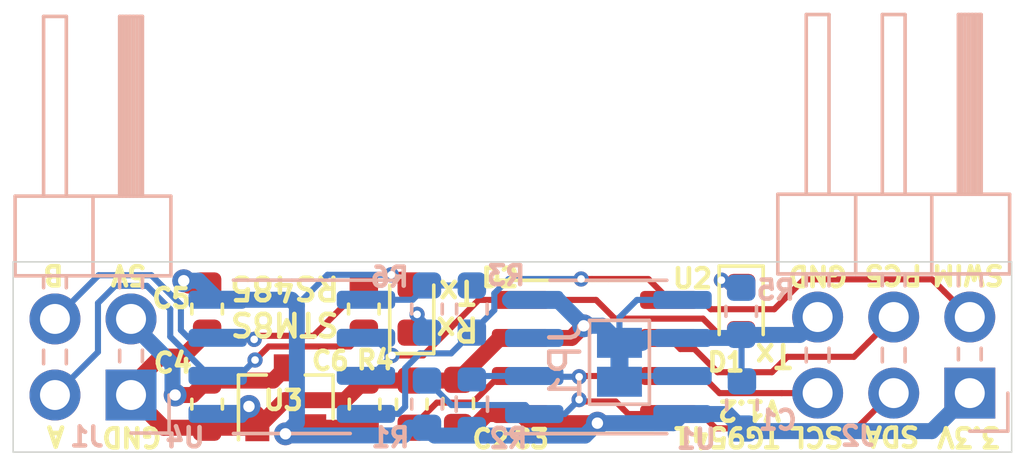
<source format=kicad_pcb>
(kicad_pcb (version 20171130) (host pcbnew 5.1.9-73d0e3b20d~88~ubuntu20.04.1)

  (general
    (thickness 1.6)
    (drawings 19)
    (tracks 219)
    (zones 0)
    (modules 21)
    (nets 17)
  )

  (page A4)
  (layers
    (0 F.Cu signal)
    (31 B.Cu signal)
    (32 B.Adhes user)
    (33 F.Adhes user)
    (34 B.Paste user)
    (35 F.Paste user)
    (36 B.SilkS user)
    (37 F.SilkS user)
    (38 B.Mask user)
    (39 F.Mask user)
    (40 Dwgs.User user)
    (41 Cmts.User user)
    (42 Eco1.User user)
    (43 Eco2.User user)
    (44 Edge.Cuts user)
    (45 Margin user)
    (46 B.CrtYd user)
    (47 F.CrtYd user)
    (48 B.Fab user hide)
    (49 F.Fab user hide)
  )

  (setup
    (last_trace_width 0.2032)
    (trace_clearance 0.1524)
    (zone_clearance 0.508)
    (zone_45_only no)
    (trace_min 0.1524)
    (via_size 0.508)
    (via_drill 0.254)
    (via_min_size 0.508)
    (via_min_drill 0.254)
    (uvia_size 0.3)
    (uvia_drill 0.1)
    (uvias_allowed no)
    (uvia_min_size 0.2)
    (uvia_min_drill 0.1)
    (edge_width 0.05)
    (segment_width 0.2)
    (pcb_text_width 0.3)
    (pcb_text_size 1.5 1.5)
    (mod_edge_width 0.12)
    (mod_text_size 1 1)
    (mod_text_width 0.15)
    (pad_size 1.524 1.524)
    (pad_drill 0.762)
    (pad_to_mask_clearance 0.051)
    (solder_mask_min_width 0.25)
    (aux_axis_origin 0 0)
    (visible_elements FFFFFFFF)
    (pcbplotparams
      (layerselection 0x010fc_ffffffff)
      (usegerberextensions false)
      (usegerberattributes false)
      (usegerberadvancedattributes false)
      (creategerberjobfile false)
      (excludeedgelayer true)
      (linewidth 0.100000)
      (plotframeref false)
      (viasonmask false)
      (mode 1)
      (useauxorigin false)
      (hpglpennumber 1)
      (hpglpenspeed 20)
      (hpglpendiameter 15.000000)
      (psnegative false)
      (psa4output false)
      (plotreference true)
      (plotvalue true)
      (plotinvisibletext false)
      (padsonsilk false)
      (subtractmaskfromsilk false)
      (outputformat 1)
      (mirror false)
      (drillshape 1)
      (scaleselection 1)
      (outputdirectory ""))
  )

  (net 0 "")
  (net 1 +3V3)
  (net 2 GND)
  (net 3 "Net-(C2-Pad2)")
  (net 4 +5V)
  (net 5 /SDA)
  (net 6 /SCL)
  (net 7 /SWIM.TX)
  (net 8 /DIR.RX)
  (net 9 /A)
  (net 10 /B)
  (net 11 /PC5)
  (net 12 "Net-(D1-Pad1)")
  (net 13 "Net-(D2-Pad1)")
  (net 14 "Net-(U1-Pad3)")
  (net 15 "Net-(R3-Pad2)")
  (net 16 "Net-(JP1-Pad2)")

  (net_class Default "This is the default net class."
    (clearance 0.1524)
    (trace_width 0.2032)
    (via_dia 0.508)
    (via_drill 0.254)
    (uvia_dia 0.3)
    (uvia_drill 0.1)
    (add_net /A)
    (add_net /B)
    (add_net /DIR.RX)
    (add_net /PC5)
    (add_net /SCL)
    (add_net /SDA)
    (add_net /SWIM.TX)
    (add_net "Net-(C2-Pad2)")
    (add_net "Net-(D1-Pad1)")
    (add_net "Net-(D2-Pad1)")
    (add_net "Net-(JP1-Pad2)")
    (add_net "Net-(R3-Pad2)")
    (add_net "Net-(U1-Pad3)")
  )

  (net_class Power ""
    (clearance 0.1524)
    (trace_width 0.5334)
    (via_dia 0.762)
    (via_drill 0.381)
    (uvia_dia 0.3)
    (uvia_drill 0.1)
    (add_net +3V3)
    (add_net +5V)
    (add_net GND)
  )

  (module Resistor_SMD:R_0603_1608Metric (layer B.Cu) (tedit 5F68FEEE) (tstamp 601EEAF9)
    (at 160.4772 87.9348 90)
    (descr "Resistor SMD 0603 (1608 Metric), square (rectangular) end terminal, IPC_7351 nominal, (Body size source: IPC-SM-782 page 72, https://www.pcb-3d.com/wordpress/wp-content/uploads/ipc-sm-782a_amendment_1_and_2.pdf), generated with kicad-footprint-generator")
    (tags resistor)
    (path /5D6844C7)
    (attr smd)
    (fp_text reference R2 (at -1.143 1.2192 180) (layer B.SilkS)
      (effects (font (size 0.635 0.635) (thickness 0.15)) (justify mirror))
    )
    (fp_text value 4k7 (at 0 -1.43 90) (layer B.Fab)
      (effects (font (size 1 1) (thickness 0.15)) (justify mirror))
    )
    (fp_line (start 1.48 -0.73) (end -1.48 -0.73) (layer B.CrtYd) (width 0.05))
    (fp_line (start 1.48 0.73) (end 1.48 -0.73) (layer B.CrtYd) (width 0.05))
    (fp_line (start -1.48 0.73) (end 1.48 0.73) (layer B.CrtYd) (width 0.05))
    (fp_line (start -1.48 -0.73) (end -1.48 0.73) (layer B.CrtYd) (width 0.05))
    (fp_line (start -0.237258 -0.5225) (end 0.237258 -0.5225) (layer B.SilkS) (width 0.12))
    (fp_line (start -0.237258 0.5225) (end 0.237258 0.5225) (layer B.SilkS) (width 0.12))
    (fp_line (start 0.8 -0.4125) (end -0.8 -0.4125) (layer B.Fab) (width 0.1))
    (fp_line (start 0.8 0.4125) (end 0.8 -0.4125) (layer B.Fab) (width 0.1))
    (fp_line (start -0.8 0.4125) (end 0.8 0.4125) (layer B.Fab) (width 0.1))
    (fp_line (start -0.8 -0.4125) (end -0.8 0.4125) (layer B.Fab) (width 0.1))
    (fp_text user %R (at 0 0 90) (layer B.Fab)
      (effects (font (size 0.4 0.4) (thickness 0.06)) (justify mirror))
    )
    (pad 1 smd roundrect (at -0.825 0 90) (size 0.8 0.95) (layers B.Cu B.Paste B.Mask) (roundrect_rratio 0.25)
      (net 1 +3V3))
    (pad 2 smd roundrect (at 0.825 0 90) (size 0.8 0.95) (layers B.Cu B.Paste B.Mask) (roundrect_rratio 0.25)
      (net 6 /SCL))
    (model ${KISYS3DMOD}/Resistor_SMD.3dshapes/R_0603_1608Metric.wrl
      (at (xyz 0 0 0))
      (scale (xyz 1 1 1))
      (rotate (xyz 0 0 0))
    )
  )

  (module Jumper:SolderJumper-2_P1.3mm_Bridged_Pad1.0x1.5mm (layer B.Cu) (tedit 5C756AB2) (tstamp 601EDBE0)
    (at 165.4048 86.5378 270)
    (descr "SMD Solder Jumper, 1x1.5mm Pads, 0.3mm gap, bridged with 1 copper strip")
    (tags "solder jumper open")
    (path /6025CBCE)
    (attr virtual)
    (fp_text reference JP1 (at 0 1.8 270) (layer B.SilkS)
      (effects (font (size 1 1) (thickness 0.15)) (justify mirror))
    )
    (fp_text value A0 (at 0 -1.9 270) (layer B.Fab)
      (effects (font (size 1 1) (thickness 0.15)) (justify mirror))
    )
    (fp_line (start -1.4 -1) (end -1.4 1) (layer B.SilkS) (width 0.12))
    (fp_line (start 1.4 -1) (end -1.4 -1) (layer B.SilkS) (width 0.12))
    (fp_line (start 1.4 1) (end 1.4 -1) (layer B.SilkS) (width 0.12))
    (fp_line (start -1.4 1) (end 1.4 1) (layer B.SilkS) (width 0.12))
    (fp_line (start -1.65 1.25) (end 1.65 1.25) (layer B.CrtYd) (width 0.05))
    (fp_line (start -1.65 1.25) (end -1.65 -1.25) (layer B.CrtYd) (width 0.05))
    (fp_line (start 1.65 -1.25) (end 1.65 1.25) (layer B.CrtYd) (width 0.05))
    (fp_line (start 1.65 -1.25) (end -1.65 -1.25) (layer B.CrtYd) (width 0.05))
    (fp_poly (pts (xy -0.25 0.3) (xy 0.25 0.3) (xy 0.25 -0.3) (xy -0.25 -0.3)) (layer B.Cu) (width 0))
    (pad 2 smd rect (at 0.65 0 270) (size 1 1.5) (layers B.Cu B.Mask)
      (net 16 "Net-(JP1-Pad2)"))
    (pad 1 smd rect (at -0.65 0 270) (size 1 1.5) (layers B.Cu B.Mask)
      (net 2 GND))
  )

  (module Resistor_SMD:R_0603_1608Metric (layer B.Cu) (tedit 5B301BBD) (tstamp 5D699660)
    (at 158.9786 84.7599 90)
    (descr "Resistor SMD 0603 (1608 Metric), square (rectangular) end terminal, IPC_7351 nominal, (Body size source: http://www.tortai-tech.com/upload/download/2011102023233369053.pdf), generated with kicad-footprint-generator")
    (tags resistor)
    (path /5D6953AE)
    (attr smd)
    (fp_text reference R6 (at 1.0669 -1.2446 180) (layer B.SilkS)
      (effects (font (size 0.635 0.635) (thickness 0.1524)) (justify mirror))
    )
    (fp_text value 4k7 (at 0 -1.43 270) (layer B.Fab)
      (effects (font (size 1 1) (thickness 0.15)) (justify mirror))
    )
    (fp_line (start -0.8 -0.4) (end -0.8 0.4) (layer B.Fab) (width 0.1))
    (fp_line (start -0.8 0.4) (end 0.8 0.4) (layer B.Fab) (width 0.1))
    (fp_line (start 0.8 0.4) (end 0.8 -0.4) (layer B.Fab) (width 0.1))
    (fp_line (start 0.8 -0.4) (end -0.8 -0.4) (layer B.Fab) (width 0.1))
    (fp_line (start -0.162779 0.51) (end 0.162779 0.51) (layer B.SilkS) (width 0.12))
    (fp_line (start -0.162779 -0.51) (end 0.162779 -0.51) (layer B.SilkS) (width 0.12))
    (fp_line (start -1.48 -0.73) (end -1.48 0.73) (layer B.CrtYd) (width 0.05))
    (fp_line (start -1.48 0.73) (end 1.48 0.73) (layer B.CrtYd) (width 0.05))
    (fp_line (start 1.48 0.73) (end 1.48 -0.73) (layer B.CrtYd) (width 0.05))
    (fp_line (start 1.48 -0.73) (end -1.48 -0.73) (layer B.CrtYd) (width 0.05))
    (fp_text user %R (at 0 0 270) (layer B.Fab)
      (effects (font (size 0.4 0.4) (thickness 0.06)) (justify mirror))
    )
    (pad 2 smd roundrect (at 0.7875 0 90) (size 0.875 0.95) (layers B.Cu B.Paste B.Mask) (roundrect_rratio 0.25)
      (net 15 "Net-(R3-Pad2)"))
    (pad 1 smd roundrect (at -0.7875 0 90) (size 0.875 0.95) (layers B.Cu B.Paste B.Mask) (roundrect_rratio 0.25)
      (net 13 "Net-(D2-Pad1)"))
    (model ${KISYS3DMOD}/Resistor_SMD.3dshapes/R_0603_1608Metric.wrl
      (at (xyz 0 0 0))
      (scale (xyz 1 1 1))
      (rotate (xyz 0 0 0))
    )
  )

  (module Connector_PinHeader_2.54mm:PinHeader_2x02_P2.54mm_Horizontal (layer B.Cu) (tedit 59FED5CB) (tstamp 5DA359EE)
    (at 149.098 87.63 90)
    (descr "Through hole angled pin header, 2x02, 2.54mm pitch, 6mm pin length, double rows")
    (tags "Through hole angled pin header THT 2x02 2.54mm double row")
    (path /5D6881F7)
    (fp_text reference J1 (at -1.397 -1.4732 180) (layer B.SilkS)
      (effects (font (size 0.635 0.635) (thickness 0.15)) (justify mirror))
    )
    (fp_text value Conn_02x02_Odd_Even (at 5.655 -4.81 90) (layer B.Fab)
      (effects (font (size 1 1) (thickness 0.15)) (justify mirror))
    )
    (fp_line (start 4.675 1.27) (end 6.58 1.27) (layer B.Fab) (width 0.1))
    (fp_line (start 6.58 1.27) (end 6.58 -3.81) (layer B.Fab) (width 0.1))
    (fp_line (start 6.58 -3.81) (end 4.04 -3.81) (layer B.Fab) (width 0.1))
    (fp_line (start 4.04 -3.81) (end 4.04 0.635) (layer B.Fab) (width 0.1))
    (fp_line (start 4.04 0.635) (end 4.675 1.27) (layer B.Fab) (width 0.1))
    (fp_line (start -0.32 0.32) (end 4.04 0.32) (layer B.Fab) (width 0.1))
    (fp_line (start -0.32 0.32) (end -0.32 -0.32) (layer B.Fab) (width 0.1))
    (fp_line (start -0.32 -0.32) (end 4.04 -0.32) (layer B.Fab) (width 0.1))
    (fp_line (start 6.58 0.32) (end 12.58 0.32) (layer B.Fab) (width 0.1))
    (fp_line (start 12.58 0.32) (end 12.58 -0.32) (layer B.Fab) (width 0.1))
    (fp_line (start 6.58 -0.32) (end 12.58 -0.32) (layer B.Fab) (width 0.1))
    (fp_line (start -0.32 -2.22) (end 4.04 -2.22) (layer B.Fab) (width 0.1))
    (fp_line (start -0.32 -2.22) (end -0.32 -2.86) (layer B.Fab) (width 0.1))
    (fp_line (start -0.32 -2.86) (end 4.04 -2.86) (layer B.Fab) (width 0.1))
    (fp_line (start 6.58 -2.22) (end 12.58 -2.22) (layer B.Fab) (width 0.1))
    (fp_line (start 12.58 -2.22) (end 12.58 -2.86) (layer B.Fab) (width 0.1))
    (fp_line (start 6.58 -2.86) (end 12.58 -2.86) (layer B.Fab) (width 0.1))
    (fp_line (start 3.98 1.33) (end 3.98 -3.87) (layer B.SilkS) (width 0.12))
    (fp_line (start 3.98 -3.87) (end 6.64 -3.87) (layer B.SilkS) (width 0.12))
    (fp_line (start 6.64 -3.87) (end 6.64 1.33) (layer B.SilkS) (width 0.12))
    (fp_line (start 6.64 1.33) (end 3.98 1.33) (layer B.SilkS) (width 0.12))
    (fp_line (start 6.64 0.38) (end 12.64 0.38) (layer B.SilkS) (width 0.12))
    (fp_line (start 12.64 0.38) (end 12.64 -0.38) (layer B.SilkS) (width 0.12))
    (fp_line (start 12.64 -0.38) (end 6.64 -0.38) (layer B.SilkS) (width 0.12))
    (fp_line (start 6.64 0.32) (end 12.64 0.32) (layer B.SilkS) (width 0.12))
    (fp_line (start 6.64 0.2) (end 12.64 0.2) (layer B.SilkS) (width 0.12))
    (fp_line (start 6.64 0.08) (end 12.64 0.08) (layer B.SilkS) (width 0.12))
    (fp_line (start 6.64 -0.04) (end 12.64 -0.04) (layer B.SilkS) (width 0.12))
    (fp_line (start 6.64 -0.16) (end 12.64 -0.16) (layer B.SilkS) (width 0.12))
    (fp_line (start 6.64 -0.28) (end 12.64 -0.28) (layer B.SilkS) (width 0.12))
    (fp_line (start 3.582929 0.38) (end 3.98 0.38) (layer B.SilkS) (width 0.12))
    (fp_line (start 3.582929 -0.38) (end 3.98 -0.38) (layer B.SilkS) (width 0.12))
    (fp_line (start 1.11 0.38) (end 1.497071 0.38) (layer B.SilkS) (width 0.12))
    (fp_line (start 1.11 -0.38) (end 1.497071 -0.38) (layer B.SilkS) (width 0.12))
    (fp_line (start 3.98 -1.27) (end 6.64 -1.27) (layer B.SilkS) (width 0.12))
    (fp_line (start 6.64 -2.16) (end 12.64 -2.16) (layer B.SilkS) (width 0.12))
    (fp_line (start 12.64 -2.16) (end 12.64 -2.92) (layer B.SilkS) (width 0.12))
    (fp_line (start 12.64 -2.92) (end 6.64 -2.92) (layer B.SilkS) (width 0.12))
    (fp_line (start 3.582929 -2.16) (end 3.98 -2.16) (layer B.SilkS) (width 0.12))
    (fp_line (start 3.582929 -2.92) (end 3.98 -2.92) (layer B.SilkS) (width 0.12))
    (fp_line (start 1.042929 -2.16) (end 1.497071 -2.16) (layer B.SilkS) (width 0.12))
    (fp_line (start 1.042929 -2.92) (end 1.497071 -2.92) (layer B.SilkS) (width 0.12))
    (fp_line (start -1.27 0) (end -1.27 1.27) (layer B.SilkS) (width 0.12))
    (fp_line (start -1.27 1.27) (end 0 1.27) (layer B.SilkS) (width 0.12))
    (fp_line (start -1.8 1.8) (end -1.8 -4.35) (layer B.CrtYd) (width 0.05))
    (fp_line (start -1.8 -4.35) (end 13.1 -4.35) (layer B.CrtYd) (width 0.05))
    (fp_line (start 13.1 -4.35) (end 13.1 1.8) (layer B.CrtYd) (width 0.05))
    (fp_line (start 13.1 1.8) (end -1.8 1.8) (layer B.CrtYd) (width 0.05))
    (fp_text user %R (at 5.31 -1.27 180) (layer B.Fab)
      (effects (font (size 1 1) (thickness 0.15)) (justify mirror))
    )
    (pad 4 thru_hole oval (at 2.54 -2.54 90) (size 1.7 1.7) (drill 1) (layers *.Cu *.Mask)
      (net 10 /B))
    (pad 3 thru_hole oval (at 0 -2.54 90) (size 1.7 1.7) (drill 1) (layers *.Cu *.Mask)
      (net 9 /A))
    (pad 2 thru_hole oval (at 2.54 0 90) (size 1.7 1.7) (drill 1) (layers *.Cu *.Mask)
      (net 4 +5V))
    (pad 1 thru_hole rect (at 0 0 90) (size 1.7 1.7) (drill 1) (layers *.Cu *.Mask)
      (net 2 GND))
    (model ${KISYS3DMOD}/Connector_PinHeader_2.54mm.3dshapes/PinHeader_2x02_P2.54mm_Horizontal.wrl
      (at (xyz 0 0 0))
      (scale (xyz 1 1 1))
      (rotate (xyz 0 0 0))
    )
  )

  (module Package_SO:SOIC-8_3.9x4.9mm_P1.27mm (layer B.Cu) (tedit 5C97300E) (tstamp 5D6977FF)
    (at 154.46652 86.35492 180)
    (descr "SOIC, 8 Pin (JEDEC MS-012AA, https://www.analog.com/media/en/package-pcb-resources/package/pkg_pdf/soic_narrow-r/r_8.pdf), generated with kicad-footprint-generator ipc_gullwing_generator.py")
    (tags "SOIC SO")
    (path /5D62D5CA)
    (attr smd)
    (fp_text reference U4 (at 3.56512 -2.69748) (layer B.SilkS)
      (effects (font (size 0.635 0.635) (thickness 0.1524)) (justify mirror))
    )
    (fp_text value SP3485CN (at 0 -3.4) (layer B.Fab)
      (effects (font (size 1 1) (thickness 0.15)) (justify mirror))
    )
    (fp_line (start 0 -2.56) (end 1.95 -2.56) (layer B.SilkS) (width 0.12))
    (fp_line (start 0 -2.56) (end -1.95 -2.56) (layer B.SilkS) (width 0.12))
    (fp_line (start 0 2.56) (end 1.95 2.56) (layer B.SilkS) (width 0.12))
    (fp_line (start 0 2.56) (end -3.45 2.56) (layer B.SilkS) (width 0.12))
    (fp_line (start -0.975 2.45) (end 1.95 2.45) (layer B.Fab) (width 0.1))
    (fp_line (start 1.95 2.45) (end 1.95 -2.45) (layer B.Fab) (width 0.1))
    (fp_line (start 1.95 -2.45) (end -1.95 -2.45) (layer B.Fab) (width 0.1))
    (fp_line (start -1.95 -2.45) (end -1.95 1.475) (layer B.Fab) (width 0.1))
    (fp_line (start -1.95 1.475) (end -0.975 2.45) (layer B.Fab) (width 0.1))
    (fp_line (start -3.7 2.7) (end -3.7 -2.7) (layer B.CrtYd) (width 0.05))
    (fp_line (start -3.7 -2.7) (end 3.7 -2.7) (layer B.CrtYd) (width 0.05))
    (fp_line (start 3.7 -2.7) (end 3.7 2.7) (layer B.CrtYd) (width 0.05))
    (fp_line (start 3.7 2.7) (end -3.7 2.7) (layer B.CrtYd) (width 0.05))
    (fp_text user %R (at 0 0) (layer B.Fab)
      (effects (font (size 0.98 0.98) (thickness 0.15)) (justify mirror))
    )
    (pad 8 smd roundrect (at 2.475 1.905 180) (size 1.95 0.6) (layers B.Cu B.Paste B.Mask) (roundrect_rratio 0.25)
      (net 1 +3V3))
    (pad 7 smd roundrect (at 2.475 0.635 180) (size 1.95 0.6) (layers B.Cu B.Paste B.Mask) (roundrect_rratio 0.25)
      (net 10 /B))
    (pad 6 smd roundrect (at 2.475 -0.635 180) (size 1.95 0.6) (layers B.Cu B.Paste B.Mask) (roundrect_rratio 0.25)
      (net 9 /A))
    (pad 5 smd roundrect (at 2.475 -1.905 180) (size 1.95 0.6) (layers B.Cu B.Paste B.Mask) (roundrect_rratio 0.25)
      (net 2 GND))
    (pad 4 smd roundrect (at -2.475 -1.905 180) (size 1.95 0.6) (layers B.Cu B.Paste B.Mask) (roundrect_rratio 0.25)
      (net 7 /SWIM.TX))
    (pad 3 smd roundrect (at -2.475 -0.635 180) (size 1.95 0.6) (layers B.Cu B.Paste B.Mask) (roundrect_rratio 0.25)
      (net 8 /DIR.RX))
    (pad 2 smd roundrect (at -2.475 0.635 180) (size 1.95 0.6) (layers B.Cu B.Paste B.Mask) (roundrect_rratio 0.25)
      (net 8 /DIR.RX))
    (pad 1 smd roundrect (at -2.475 1.905 180) (size 1.95 0.6) (layers B.Cu B.Paste B.Mask) (roundrect_rratio 0.25)
      (net 15 "Net-(R3-Pad2)"))
    (model ${KISYS3DMOD}/Package_SO.3dshapes/SOIC-8_3.9x4.9mm_P1.27mm.wrl
      (at (xyz 0 0 0))
      (scale (xyz 1 1 1))
      (rotate (xyz 0 0 0))
    )
  )

  (module Capacitor_SMD:C_0603_1608Metric (layer F.Cu) (tedit 5B301BBE) (tstamp 5D9D65C6)
    (at 158.4706 87.9347 270)
    (descr "Capacitor SMD 0603 (1608 Metric), square (rectangular) end terminal, IPC_7351 nominal, (Body size source: http://www.tortai-tech.com/upload/download/2011102023233369053.pdf), generated with kicad-footprint-generator")
    (tags capacitor)
    (path /5D6268DD)
    (attr smd)
    (fp_text reference C2 (at 1.1685 -2.6416) (layer F.SilkS)
      (effects (font (size 0.6096 0.6096) (thickness 0.1524)))
    )
    (fp_text value 1uF (at 0 1.43 90) (layer F.Fab)
      (effects (font (size 1 1) (thickness 0.15)))
    )
    (fp_line (start -0.8 0.4) (end -0.8 -0.4) (layer F.Fab) (width 0.1))
    (fp_line (start -0.8 -0.4) (end 0.8 -0.4) (layer F.Fab) (width 0.1))
    (fp_line (start 0.8 -0.4) (end 0.8 0.4) (layer F.Fab) (width 0.1))
    (fp_line (start 0.8 0.4) (end -0.8 0.4) (layer F.Fab) (width 0.1))
    (fp_line (start -0.162779 -0.51) (end 0.162779 -0.51) (layer F.SilkS) (width 0.12))
    (fp_line (start -0.162779 0.51) (end 0.162779 0.51) (layer F.SilkS) (width 0.12))
    (fp_line (start -1.48 0.73) (end -1.48 -0.73) (layer F.CrtYd) (width 0.05))
    (fp_line (start -1.48 -0.73) (end 1.48 -0.73) (layer F.CrtYd) (width 0.05))
    (fp_line (start 1.48 -0.73) (end 1.48 0.73) (layer F.CrtYd) (width 0.05))
    (fp_line (start 1.48 0.73) (end -1.48 0.73) (layer F.CrtYd) (width 0.05))
    (fp_text user %R (at 0 0 90) (layer F.Fab)
      (effects (font (size 0.4 0.4) (thickness 0.06)))
    )
    (pad 2 smd roundrect (at 0.7875 0 270) (size 0.875 0.95) (layers F.Cu F.Paste F.Mask) (roundrect_rratio 0.25)
      (net 3 "Net-(C2-Pad2)"))
    (pad 1 smd roundrect (at -0.7875 0 270) (size 0.875 0.95) (layers F.Cu F.Paste F.Mask) (roundrect_rratio 0.25)
      (net 2 GND))
    (model ${KISYS3DMOD}/Capacitor_SMD.3dshapes/C_0603_1608Metric.wrl
      (at (xyz 0 0 0))
      (scale (xyz 1 1 1))
      (rotate (xyz 0 0 0))
    )
  )

  (module Package_SO:SOIC-8_3.9x4.9mm_P1.27mm (layer B.Cu) (tedit 5C97300E) (tstamp 5D699E82)
    (at 165.035 86.36)
    (descr "SOIC, 8 Pin (JEDEC MS-012AA, https://www.analog.com/media/en/package-pcb-resources/package/pkg_pdf/soic_narrow-r/r_8.pdf), generated with kicad-footprint-generator ipc_gullwing_generator.py")
    (tags "SOIC SO")
    (path /5D664B0F)
    (attr smd)
    (fp_text reference U1 (at 2.9352 2.7432 180) (layer B.SilkS)
      (effects (font (size 0.635 0.635) (thickness 0.1524)) (justify mirror))
    )
    (fp_text value DS1621S (at 0 -3.4) (layer B.Fab)
      (effects (font (size 1 1) (thickness 0.15)) (justify mirror))
    )
    (fp_line (start 3.7 2.7) (end -3.7 2.7) (layer B.CrtYd) (width 0.05))
    (fp_line (start 3.7 -2.7) (end 3.7 2.7) (layer B.CrtYd) (width 0.05))
    (fp_line (start -3.7 -2.7) (end 3.7 -2.7) (layer B.CrtYd) (width 0.05))
    (fp_line (start -3.7 2.7) (end -3.7 -2.7) (layer B.CrtYd) (width 0.05))
    (fp_line (start -1.95 1.475) (end -0.975 2.45) (layer B.Fab) (width 0.1))
    (fp_line (start -1.95 -2.45) (end -1.95 1.475) (layer B.Fab) (width 0.1))
    (fp_line (start 1.95 -2.45) (end -1.95 -2.45) (layer B.Fab) (width 0.1))
    (fp_line (start 1.95 2.45) (end 1.95 -2.45) (layer B.Fab) (width 0.1))
    (fp_line (start -0.975 2.45) (end 1.95 2.45) (layer B.Fab) (width 0.1))
    (fp_line (start 0 2.56) (end -3.45 2.56) (layer B.SilkS) (width 0.12))
    (fp_line (start 0 2.56) (end 1.95 2.56) (layer B.SilkS) (width 0.12))
    (fp_line (start 0 -2.56) (end -1.95 -2.56) (layer B.SilkS) (width 0.12))
    (fp_line (start 0 -2.56) (end 1.95 -2.56) (layer B.SilkS) (width 0.12))
    (fp_text user %R (at 0 0) (layer B.Fab)
      (effects (font (size 0.98 0.98) (thickness 0.15)) (justify mirror))
    )
    (pad 1 smd roundrect (at -2.475 1.905) (size 1.95 0.6) (layers B.Cu B.Paste B.Mask) (roundrect_rratio 0.25)
      (net 5 /SDA))
    (pad 2 smd roundrect (at -2.475 0.635) (size 1.95 0.6) (layers B.Cu B.Paste B.Mask) (roundrect_rratio 0.25)
      (net 6 /SCL))
    (pad 3 smd roundrect (at -2.475 -0.635) (size 1.95 0.6) (layers B.Cu B.Paste B.Mask) (roundrect_rratio 0.25)
      (net 14 "Net-(U1-Pad3)"))
    (pad 4 smd roundrect (at -2.475 -1.905) (size 1.95 0.6) (layers B.Cu B.Paste B.Mask) (roundrect_rratio 0.25)
      (net 2 GND))
    (pad 5 smd roundrect (at 2.475 -1.905) (size 1.95 0.6) (layers B.Cu B.Paste B.Mask) (roundrect_rratio 0.25)
      (net 2 GND))
    (pad 6 smd roundrect (at 2.475 -0.635) (size 1.95 0.6) (layers B.Cu B.Paste B.Mask) (roundrect_rratio 0.25)
      (net 2 GND))
    (pad 7 smd roundrect (at 2.475 0.635) (size 1.95 0.6) (layers B.Cu B.Paste B.Mask) (roundrect_rratio 0.25)
      (net 16 "Net-(JP1-Pad2)"))
    (pad 8 smd roundrect (at 2.475 1.905) (size 1.95 0.6) (layers B.Cu B.Paste B.Mask) (roundrect_rratio 0.25)
      (net 1 +3V3))
    (model ${KISYS3DMOD}/Package_SO.3dshapes/SOIC-8_3.9x4.9mm_P1.27mm.wrl
      (at (xyz 0 0 0))
      (scale (xyz 1 1 1))
      (rotate (xyz 0 0 0))
    )
  )

  (module LED_SMD:LED_0603_1608Metric (layer F.Cu) (tedit 5B301BBE) (tstamp 5DA303F2)
    (at 158.4706 84.7599 90)
    (descr "LED SMD 0603 (1608 Metric), square (rectangular) end terminal, IPC_7351 nominal, (Body size source: http://www.tortai-tech.com/upload/download/2011102023233369053.pdf), generated with kicad-footprint-generator")
    (tags diode)
    (path /5D695653)
    (attr smd)
    (fp_text reference D2 (at 1.0415 2.9464) (layer F.SilkS)
      (effects (font (size 0.6096 0.6096) (thickness 0.1524)))
    )
    (fp_text value "LED green" (at 0 1.43 90) (layer F.Fab)
      (effects (font (size 1 1) (thickness 0.15)))
    )
    (fp_line (start 1.48 0.73) (end -1.48 0.73) (layer F.CrtYd) (width 0.05))
    (fp_line (start 1.48 -0.73) (end 1.48 0.73) (layer F.CrtYd) (width 0.05))
    (fp_line (start -1.48 -0.73) (end 1.48 -0.73) (layer F.CrtYd) (width 0.05))
    (fp_line (start -1.48 0.73) (end -1.48 -0.73) (layer F.CrtYd) (width 0.05))
    (fp_line (start -1.485 0.735) (end 0.8 0.735) (layer F.SilkS) (width 0.12))
    (fp_line (start -1.485 -0.735) (end -1.485 0.735) (layer F.SilkS) (width 0.12))
    (fp_line (start 0.8 -0.735) (end -1.485 -0.735) (layer F.SilkS) (width 0.12))
    (fp_line (start 0.8 0.4) (end 0.8 -0.4) (layer F.Fab) (width 0.1))
    (fp_line (start -0.8 0.4) (end 0.8 0.4) (layer F.Fab) (width 0.1))
    (fp_line (start -0.8 -0.1) (end -0.8 0.4) (layer F.Fab) (width 0.1))
    (fp_line (start -0.5 -0.4) (end -0.8 -0.1) (layer F.Fab) (width 0.1))
    (fp_line (start 0.8 -0.4) (end -0.5 -0.4) (layer F.Fab) (width 0.1))
    (fp_text user %R (at 0 0 90) (layer F.Fab)
      (effects (font (size 0.4 0.4) (thickness 0.06)))
    )
    (pad 1 smd roundrect (at -0.7875 0 90) (size 0.875 0.95) (layers F.Cu F.Paste F.Mask) (roundrect_rratio 0.25)
      (net 13 "Net-(D2-Pad1)"))
    (pad 2 smd roundrect (at 0.7875 0 90) (size 0.875 0.95) (layers F.Cu F.Paste F.Mask) (roundrect_rratio 0.25)
      (net 1 +3V3))
    (model ${KISYS3DMOD}/LED_SMD.3dshapes/LED_0603_1608Metric.wrl
      (at (xyz 0 0 0))
      (scale (xyz 1 1 1))
      (rotate (xyz 0 0 0))
    )
  )

  (module Capacitor_SMD:C_0603_1608Metric (layer F.Cu) (tedit 5B301BBE) (tstamp 5D69747F)
    (at 151.638 84.7598 90)
    (descr "Capacitor SMD 0603 (1608 Metric), square (rectangular) end terminal, IPC_7351 nominal, (Body size source: http://www.tortai-tech.com/upload/download/2011102023233369053.pdf), generated with kicad-footprint-generator")
    (tags capacitor)
    (path /5D681791)
    (attr smd)
    (fp_text reference C5 (at 0.3556 -1.1938) (layer F.SilkS)
      (effects (font (size 0.635 0.635) (thickness 0.1524)))
    )
    (fp_text value 100nF (at 0 1.43 270) (layer F.Fab)
      (effects (font (size 1 1) (thickness 0.15)))
    )
    (fp_line (start -0.8 0.4) (end -0.8 -0.4) (layer F.Fab) (width 0.1))
    (fp_line (start -0.8 -0.4) (end 0.8 -0.4) (layer F.Fab) (width 0.1))
    (fp_line (start 0.8 -0.4) (end 0.8 0.4) (layer F.Fab) (width 0.1))
    (fp_line (start 0.8 0.4) (end -0.8 0.4) (layer F.Fab) (width 0.1))
    (fp_line (start -0.162779 -0.51) (end 0.162779 -0.51) (layer F.SilkS) (width 0.12))
    (fp_line (start -0.162779 0.51) (end 0.162779 0.51) (layer F.SilkS) (width 0.12))
    (fp_line (start -1.48 0.73) (end -1.48 -0.73) (layer F.CrtYd) (width 0.05))
    (fp_line (start -1.48 -0.73) (end 1.48 -0.73) (layer F.CrtYd) (width 0.05))
    (fp_line (start 1.48 -0.73) (end 1.48 0.73) (layer F.CrtYd) (width 0.05))
    (fp_line (start 1.48 0.73) (end -1.48 0.73) (layer F.CrtYd) (width 0.05))
    (fp_text user %R (at 0 0 270) (layer F.Fab)
      (effects (font (size 0.4 0.4) (thickness 0.06)))
    )
    (pad 2 smd roundrect (at 0.7875 0 90) (size 0.875 0.95) (layers F.Cu F.Paste F.Mask) (roundrect_rratio 0.25)
      (net 1 +3V3))
    (pad 1 smd roundrect (at -0.7875 0 90) (size 0.875 0.95) (layers F.Cu F.Paste F.Mask) (roundrect_rratio 0.25)
      (net 2 GND))
    (model ${KISYS3DMOD}/Capacitor_SMD.3dshapes/C_0603_1608Metric.wrl
      (at (xyz 0 0 0))
      (scale (xyz 1 1 1))
      (rotate (xyz 0 0 0))
    )
  )

  (module Resistor_SMD:R_0603_1608Metric (layer B.Cu) (tedit 5B301BBD) (tstamp 5D660948)
    (at 169.4688 84.8361 270)
    (descr "Resistor SMD 0603 (1608 Metric), square (rectangular) end terminal, IPC_7351 nominal, (Body size source: http://www.tortai-tech.com/upload/download/2011102023233369053.pdf), generated with kicad-footprint-generator")
    (tags resistor)
    (path /5D66386C)
    (attr smd)
    (fp_text reference R5 (at -0.7112 -1.1557) (layer B.SilkS)
      (effects (font (size 0.635 0.635) (thickness 0.1524)) (justify mirror))
    )
    (fp_text value 4k7 (at 0 -1.43 270) (layer B.Fab)
      (effects (font (size 1 1) (thickness 0.15)) (justify mirror))
    )
    (fp_line (start -0.8 -0.4) (end -0.8 0.4) (layer B.Fab) (width 0.1))
    (fp_line (start -0.8 0.4) (end 0.8 0.4) (layer B.Fab) (width 0.1))
    (fp_line (start 0.8 0.4) (end 0.8 -0.4) (layer B.Fab) (width 0.1))
    (fp_line (start 0.8 -0.4) (end -0.8 -0.4) (layer B.Fab) (width 0.1))
    (fp_line (start -0.162779 0.51) (end 0.162779 0.51) (layer B.SilkS) (width 0.12))
    (fp_line (start -0.162779 -0.51) (end 0.162779 -0.51) (layer B.SilkS) (width 0.12))
    (fp_line (start -1.48 -0.73) (end -1.48 0.73) (layer B.CrtYd) (width 0.05))
    (fp_line (start -1.48 0.73) (end 1.48 0.73) (layer B.CrtYd) (width 0.05))
    (fp_line (start 1.48 0.73) (end 1.48 -0.73) (layer B.CrtYd) (width 0.05))
    (fp_line (start 1.48 -0.73) (end -1.48 -0.73) (layer B.CrtYd) (width 0.05))
    (fp_text user %R (at 0 0 270) (layer B.Fab)
      (effects (font (size 0.4 0.4) (thickness 0.06)) (justify mirror))
    )
    (pad 2 smd roundrect (at 0.7875 0 270) (size 0.875 0.95) (layers B.Cu B.Paste B.Mask) (roundrect_rratio 0.25)
      (net 2 GND))
    (pad 1 smd roundrect (at -0.7875 0 270) (size 0.875 0.95) (layers B.Cu B.Paste B.Mask) (roundrect_rratio 0.25)
      (net 12 "Net-(D1-Pad1)"))
    (model ${KISYS3DMOD}/Resistor_SMD.3dshapes/R_0603_1608Metric.wrl
      (at (xyz 0 0 0))
      (scale (xyz 1 1 1))
      (rotate (xyz 0 0 0))
    )
  )

  (module LED_SMD:LED_0603_1608Metric (layer F.Cu) (tedit 5B301BBE) (tstamp 5DA0F3A9)
    (at 169.4688 84.8106 270)
    (descr "LED SMD 0603 (1608 Metric), square (rectangular) end terminal, IPC_7351 nominal, (Body size source: http://www.tortai-tech.com/upload/download/2011102023233369053.pdf), generated with kicad-footprint-generator")
    (tags diode)
    (path /5D66205C)
    (attr smd)
    (fp_text reference D1 (at 1.7272 0.508 180) (layer F.SilkS)
      (effects (font (size 0.6096 0.6096) (thickness 0.1524)))
    )
    (fp_text value "LED red" (at 0 1.43 90) (layer F.Fab)
      (effects (font (size 1 1) (thickness 0.15)))
    )
    (fp_line (start 0.8 -0.4) (end -0.5 -0.4) (layer F.Fab) (width 0.1))
    (fp_line (start -0.5 -0.4) (end -0.8 -0.1) (layer F.Fab) (width 0.1))
    (fp_line (start -0.8 -0.1) (end -0.8 0.4) (layer F.Fab) (width 0.1))
    (fp_line (start -0.8 0.4) (end 0.8 0.4) (layer F.Fab) (width 0.1))
    (fp_line (start 0.8 0.4) (end 0.8 -0.4) (layer F.Fab) (width 0.1))
    (fp_line (start 0.8 -0.735) (end -1.485 -0.735) (layer F.SilkS) (width 0.12))
    (fp_line (start -1.485 -0.735) (end -1.485 0.735) (layer F.SilkS) (width 0.12))
    (fp_line (start -1.485 0.735) (end 0.8 0.735) (layer F.SilkS) (width 0.12))
    (fp_line (start -1.48 0.73) (end -1.48 -0.73) (layer F.CrtYd) (width 0.05))
    (fp_line (start -1.48 -0.73) (end 1.48 -0.73) (layer F.CrtYd) (width 0.05))
    (fp_line (start 1.48 -0.73) (end 1.48 0.73) (layer F.CrtYd) (width 0.05))
    (fp_line (start 1.48 0.73) (end -1.48 0.73) (layer F.CrtYd) (width 0.05))
    (fp_text user %R (at 0 0 90) (layer F.Fab)
      (effects (font (size 0.4 0.4) (thickness 0.06)))
    )
    (pad 2 smd roundrect (at 0.7875 0 270) (size 0.875 0.95) (layers F.Cu F.Paste F.Mask) (roundrect_rratio 0.25)
      (net 8 /DIR.RX))
    (pad 1 smd roundrect (at -0.7875 0 270) (size 0.875 0.95) (layers F.Cu F.Paste F.Mask) (roundrect_rratio 0.25)
      (net 12 "Net-(D1-Pad1)"))
    (model ${KISYS3DMOD}/LED_SMD.3dshapes/LED_0603_1608Metric.wrl
      (at (xyz 0 0 0))
      (scale (xyz 1 1 1))
      (rotate (xyz 0 0 0))
    )
  )

  (module Connector_PinHeader_2.54mm:PinHeader_2x03_P2.54mm_Horizontal (layer B.Cu) (tedit 59FED5CB) (tstamp 5D659CD9)
    (at 177.1015 87.5665 90)
    (descr "Through hole angled pin header, 2x03, 2.54mm pitch, 6mm pin length, double rows")
    (tags "Through hole angled pin header THT 2x03 2.54mm double row")
    (path /5D65F106)
    (fp_text reference J2 (at -1.4351 -3.7465) (layer B.SilkS)
      (effects (font (size 0.635 0.635) (thickness 0.15)) (justify mirror))
    )
    (fp_text value Conn_02x03_Counter_Clockwise (at 5.655 -7.35 90) (layer B.Fab)
      (effects (font (size 1 1) (thickness 0.15)) (justify mirror))
    )
    (fp_line (start 4.675 1.27) (end 6.58 1.27) (layer B.Fab) (width 0.1))
    (fp_line (start 6.58 1.27) (end 6.58 -6.35) (layer B.Fab) (width 0.1))
    (fp_line (start 6.58 -6.35) (end 4.04 -6.35) (layer B.Fab) (width 0.1))
    (fp_line (start 4.04 -6.35) (end 4.04 0.635) (layer B.Fab) (width 0.1))
    (fp_line (start 4.04 0.635) (end 4.675 1.27) (layer B.Fab) (width 0.1))
    (fp_line (start -0.32 0.32) (end 4.04 0.32) (layer B.Fab) (width 0.1))
    (fp_line (start -0.32 0.32) (end -0.32 -0.32) (layer B.Fab) (width 0.1))
    (fp_line (start -0.32 -0.32) (end 4.04 -0.32) (layer B.Fab) (width 0.1))
    (fp_line (start 6.58 0.32) (end 12.58 0.32) (layer B.Fab) (width 0.1))
    (fp_line (start 12.58 0.32) (end 12.58 -0.32) (layer B.Fab) (width 0.1))
    (fp_line (start 6.58 -0.32) (end 12.58 -0.32) (layer B.Fab) (width 0.1))
    (fp_line (start -0.32 -2.22) (end 4.04 -2.22) (layer B.Fab) (width 0.1))
    (fp_line (start -0.32 -2.22) (end -0.32 -2.86) (layer B.Fab) (width 0.1))
    (fp_line (start -0.32 -2.86) (end 4.04 -2.86) (layer B.Fab) (width 0.1))
    (fp_line (start 6.58 -2.22) (end 12.58 -2.22) (layer B.Fab) (width 0.1))
    (fp_line (start 12.58 -2.22) (end 12.58 -2.86) (layer B.Fab) (width 0.1))
    (fp_line (start 6.58 -2.86) (end 12.58 -2.86) (layer B.Fab) (width 0.1))
    (fp_line (start -0.32 -4.76) (end 4.04 -4.76) (layer B.Fab) (width 0.1))
    (fp_line (start -0.32 -4.76) (end -0.32 -5.4) (layer B.Fab) (width 0.1))
    (fp_line (start -0.32 -5.4) (end 4.04 -5.4) (layer B.Fab) (width 0.1))
    (fp_line (start 6.58 -4.76) (end 12.58 -4.76) (layer B.Fab) (width 0.1))
    (fp_line (start 12.58 -4.76) (end 12.58 -5.4) (layer B.Fab) (width 0.1))
    (fp_line (start 6.58 -5.4) (end 12.58 -5.4) (layer B.Fab) (width 0.1))
    (fp_line (start 3.98 1.33) (end 3.98 -6.41) (layer B.SilkS) (width 0.12))
    (fp_line (start 3.98 -6.41) (end 6.64 -6.41) (layer B.SilkS) (width 0.12))
    (fp_line (start 6.64 -6.41) (end 6.64 1.33) (layer B.SilkS) (width 0.12))
    (fp_line (start 6.64 1.33) (end 3.98 1.33) (layer B.SilkS) (width 0.12))
    (fp_line (start 6.64 0.38) (end 12.64 0.38) (layer B.SilkS) (width 0.12))
    (fp_line (start 12.64 0.38) (end 12.64 -0.38) (layer B.SilkS) (width 0.12))
    (fp_line (start 12.64 -0.38) (end 6.64 -0.38) (layer B.SilkS) (width 0.12))
    (fp_line (start 6.64 0.32) (end 12.64 0.32) (layer B.SilkS) (width 0.12))
    (fp_line (start 6.64 0.2) (end 12.64 0.2) (layer B.SilkS) (width 0.12))
    (fp_line (start 6.64 0.08) (end 12.64 0.08) (layer B.SilkS) (width 0.12))
    (fp_line (start 6.64 -0.04) (end 12.64 -0.04) (layer B.SilkS) (width 0.12))
    (fp_line (start 6.64 -0.16) (end 12.64 -0.16) (layer B.SilkS) (width 0.12))
    (fp_line (start 6.64 -0.28) (end 12.64 -0.28) (layer B.SilkS) (width 0.12))
    (fp_line (start 3.582929 0.38) (end 3.98 0.38) (layer B.SilkS) (width 0.12))
    (fp_line (start 3.582929 -0.38) (end 3.98 -0.38) (layer B.SilkS) (width 0.12))
    (fp_line (start 1.11 0.38) (end 1.497071 0.38) (layer B.SilkS) (width 0.12))
    (fp_line (start 1.11 -0.38) (end 1.497071 -0.38) (layer B.SilkS) (width 0.12))
    (fp_line (start 3.98 -1.27) (end 6.64 -1.27) (layer B.SilkS) (width 0.12))
    (fp_line (start 6.64 -2.16) (end 12.64 -2.16) (layer B.SilkS) (width 0.12))
    (fp_line (start 12.64 -2.16) (end 12.64 -2.92) (layer B.SilkS) (width 0.12))
    (fp_line (start 12.64 -2.92) (end 6.64 -2.92) (layer B.SilkS) (width 0.12))
    (fp_line (start 3.582929 -2.16) (end 3.98 -2.16) (layer B.SilkS) (width 0.12))
    (fp_line (start 3.582929 -2.92) (end 3.98 -2.92) (layer B.SilkS) (width 0.12))
    (fp_line (start 1.042929 -2.16) (end 1.497071 -2.16) (layer B.SilkS) (width 0.12))
    (fp_line (start 1.042929 -2.92) (end 1.497071 -2.92) (layer B.SilkS) (width 0.12))
    (fp_line (start 3.98 -3.81) (end 6.64 -3.81) (layer B.SilkS) (width 0.12))
    (fp_line (start 6.64 -4.7) (end 12.64 -4.7) (layer B.SilkS) (width 0.12))
    (fp_line (start 12.64 -4.7) (end 12.64 -5.46) (layer B.SilkS) (width 0.12))
    (fp_line (start 12.64 -5.46) (end 6.64 -5.46) (layer B.SilkS) (width 0.12))
    (fp_line (start 3.582929 -4.7) (end 3.98 -4.7) (layer B.SilkS) (width 0.12))
    (fp_line (start 3.582929 -5.46) (end 3.98 -5.46) (layer B.SilkS) (width 0.12))
    (fp_line (start 1.042929 -4.7) (end 1.497071 -4.7) (layer B.SilkS) (width 0.12))
    (fp_line (start 1.042929 -5.46) (end 1.497071 -5.46) (layer B.SilkS) (width 0.12))
    (fp_line (start -1.27 0) (end -1.27 1.27) (layer B.SilkS) (width 0.12))
    (fp_line (start -1.27 1.27) (end 0 1.27) (layer B.SilkS) (width 0.12))
    (fp_line (start -1.8 1.8) (end -1.8 -6.85) (layer B.CrtYd) (width 0.05))
    (fp_line (start -1.8 -6.85) (end 13.1 -6.85) (layer B.CrtYd) (width 0.05))
    (fp_line (start 13.1 -6.85) (end 13.1 1.8) (layer B.CrtYd) (width 0.05))
    (fp_line (start 13.1 1.8) (end -1.8 1.8) (layer B.CrtYd) (width 0.05))
    (fp_text user %R (at 5.31 -2.54 180) (layer B.Fab)
      (effects (font (size 1 1) (thickness 0.15)) (justify mirror))
    )
    (pad 6 thru_hole oval (at 2.54 -5.08 90) (size 1.7 1.7) (drill 1) (layers *.Cu *.Mask)
      (net 2 GND))
    (pad 5 thru_hole oval (at 0 -5.08 90) (size 1.7 1.7) (drill 1) (layers *.Cu *.Mask)
      (net 6 /SCL))
    (pad 4 thru_hole oval (at 2.54 -2.54 90) (size 1.7 1.7) (drill 1) (layers *.Cu *.Mask)
      (net 11 /PC5))
    (pad 3 thru_hole oval (at 0 -2.54 90) (size 1.7 1.7) (drill 1) (layers *.Cu *.Mask)
      (net 5 /SDA))
    (pad 2 thru_hole oval (at 2.54 0 90) (size 1.7 1.7) (drill 1) (layers *.Cu *.Mask)
      (net 7 /SWIM.TX))
    (pad 1 thru_hole rect (at 0 0 90) (size 1.7 1.7) (drill 1) (layers *.Cu *.Mask)
      (net 1 +3V3))
    (model ${KISYS3DMOD}/Connector_PinHeader_2.54mm.3dshapes/PinHeader_2x03_P2.54mm_Horizontal.wrl
      (at (xyz 0 0 0))
      (scale (xyz 1 1 1))
      (rotate (xyz 0 0 0))
    )
  )

  (module Resistor_SMD:R_0603_1608Metric (layer B.Cu) (tedit 5B301BBD) (tstamp 5D659084)
    (at 158.9786 87.9349 90)
    (descr "Resistor SMD 0603 (1608 Metric), square (rectangular) end terminal, IPC_7351 nominal, (Body size source: http://www.tortai-tech.com/upload/download/2011102023233369053.pdf), generated with kicad-footprint-generator")
    (tags resistor)
    (path /5D685128)
    (attr smd)
    (fp_text reference R1 (at -1.1175 -1.2192 180) (layer B.SilkS)
      (effects (font (size 0.635 0.635) (thickness 0.15)) (justify mirror))
    )
    (fp_text value 4k7 (at 0 -1.43 90) (layer B.Fab)
      (effects (font (size 1 1) (thickness 0.15)) (justify mirror))
    )
    (fp_line (start -0.8 -0.4) (end -0.8 0.4) (layer B.Fab) (width 0.1))
    (fp_line (start -0.8 0.4) (end 0.8 0.4) (layer B.Fab) (width 0.1))
    (fp_line (start 0.8 0.4) (end 0.8 -0.4) (layer B.Fab) (width 0.1))
    (fp_line (start 0.8 -0.4) (end -0.8 -0.4) (layer B.Fab) (width 0.1))
    (fp_line (start -0.162779 0.51) (end 0.162779 0.51) (layer B.SilkS) (width 0.12))
    (fp_line (start -0.162779 -0.51) (end 0.162779 -0.51) (layer B.SilkS) (width 0.12))
    (fp_line (start -1.48 -0.73) (end -1.48 0.73) (layer B.CrtYd) (width 0.05))
    (fp_line (start -1.48 0.73) (end 1.48 0.73) (layer B.CrtYd) (width 0.05))
    (fp_line (start 1.48 0.73) (end 1.48 -0.73) (layer B.CrtYd) (width 0.05))
    (fp_line (start 1.48 -0.73) (end -1.48 -0.73) (layer B.CrtYd) (width 0.05))
    (fp_text user %R (at 0 0 90) (layer B.Fab)
      (effects (font (size 0.4 0.4) (thickness 0.06)) (justify mirror))
    )
    (pad 2 smd roundrect (at 0.7875 0 90) (size 0.875 0.95) (layers B.Cu B.Paste B.Mask) (roundrect_rratio 0.25)
      (net 5 /SDA))
    (pad 1 smd roundrect (at -0.7875 0 90) (size 0.875 0.95) (layers B.Cu B.Paste B.Mask) (roundrect_rratio 0.25)
      (net 1 +3V3))
    (model ${KISYS3DMOD}/Resistor_SMD.3dshapes/R_0603_1608Metric.wrl
      (at (xyz 0 0 0))
      (scale (xyz 1 1 1))
      (rotate (xyz 0 0 0))
    )
  )

  (module Package_SO:SOIC-8_3.9x4.9mm_P1.27mm (layer F.Cu) (tedit 5C97300E) (tstamp 5D62ED94)
    (at 164.5935 86.36)
    (descr "SOIC, 8 Pin (JEDEC MS-012AA, https://www.analog.com/media/en/package-pcb-resources/package/pkg_pdf/soic_narrow-r/r_8.pdf), generated with kicad-footprint-generator ipc_gullwing_generator.py")
    (tags "SOIC SO")
    (path /5D62645F)
    (attr smd)
    (fp_text reference U2 (at 3.2497 -2.6162) (layer F.SilkS)
      (effects (font (size 0.635 0.635) (thickness 0.1524)))
    )
    (fp_text value STM8S001J3M (at 0 3.4) (layer F.Fab)
      (effects (font (size 1 1) (thickness 0.15)))
    )
    (fp_text user %R (at 0 0) (layer F.Fab)
      (effects (font (size 0.98 0.98) (thickness 0.15)))
    )
    (fp_line (start 3.7 -2.7) (end -3.7 -2.7) (layer F.CrtYd) (width 0.05))
    (fp_line (start 3.7 2.7) (end 3.7 -2.7) (layer F.CrtYd) (width 0.05))
    (fp_line (start -3.7 2.7) (end 3.7 2.7) (layer F.CrtYd) (width 0.05))
    (fp_line (start -3.7 -2.7) (end -3.7 2.7) (layer F.CrtYd) (width 0.05))
    (fp_line (start -1.95 -1.475) (end -0.975 -2.45) (layer F.Fab) (width 0.1))
    (fp_line (start -1.95 2.45) (end -1.95 -1.475) (layer F.Fab) (width 0.1))
    (fp_line (start 1.95 2.45) (end -1.95 2.45) (layer F.Fab) (width 0.1))
    (fp_line (start 1.95 -2.45) (end 1.95 2.45) (layer F.Fab) (width 0.1))
    (fp_line (start -0.975 -2.45) (end 1.95 -2.45) (layer F.Fab) (width 0.1))
    (fp_line (start 0 -2.56) (end -3.45 -2.56) (layer F.SilkS) (width 0.12))
    (fp_line (start 0 -2.56) (end 1.95 -2.56) (layer F.SilkS) (width 0.12))
    (fp_line (start 0 2.56) (end -1.95 2.56) (layer F.SilkS) (width 0.12))
    (fp_line (start 0 2.56) (end 1.95 2.56) (layer F.SilkS) (width 0.12))
    (pad 1 smd roundrect (at -2.475 -1.905) (size 1.95 0.6) (layers F.Cu F.Paste F.Mask) (roundrect_rratio 0.25)
      (net 8 /DIR.RX))
    (pad 2 smd roundrect (at -2.475 -0.635) (size 1.95 0.6) (layers F.Cu F.Paste F.Mask) (roundrect_rratio 0.25)
      (net 2 GND))
    (pad 3 smd roundrect (at -2.475 0.635) (size 1.95 0.6) (layers F.Cu F.Paste F.Mask) (roundrect_rratio 0.25)
      (net 3 "Net-(C2-Pad2)"))
    (pad 4 smd roundrect (at -2.475 1.905) (size 1.95 0.6) (layers F.Cu F.Paste F.Mask) (roundrect_rratio 0.25)
      (net 1 +3V3))
    (pad 5 smd roundrect (at 2.475 1.905) (size 1.95 0.6) (layers F.Cu F.Paste F.Mask) (roundrect_rratio 0.25)
      (net 5 /SDA))
    (pad 6 smd roundrect (at 2.475 0.635) (size 1.95 0.6) (layers F.Cu F.Paste F.Mask) (roundrect_rratio 0.25)
      (net 6 /SCL))
    (pad 7 smd roundrect (at 2.475 -0.635) (size 1.95 0.6) (layers F.Cu F.Paste F.Mask) (roundrect_rratio 0.25)
      (net 11 /PC5))
    (pad 8 smd roundrect (at 2.475 -1.905) (size 1.95 0.6) (layers F.Cu F.Paste F.Mask) (roundrect_rratio 0.25)
      (net 7 /SWIM.TX))
    (model ${KISYS3DMOD}/Package_SO.3dshapes/SOIC-8_3.9x4.9mm_P1.27mm.wrl
      (at (xyz 0 0 0))
      (scale (xyz 1 1 1))
      (rotate (xyz 0 0 0))
    )
  )

  (module Package_TO_SOT_SMD:SOT-23 (layer F.Cu) (tedit 5A02FF57) (tstamp 5D9E37DE)
    (at 154.2644 87.7222 90)
    (descr "SOT-23, Standard")
    (tags SOT-23)
    (path /5D63F51C)
    (attr smd)
    (fp_text reference U3 (at -0.0856 -0.0864 180) (layer F.SilkS)
      (effects (font (size 0.635 0.635) (thickness 0.1524)))
    )
    (fp_text value XC6206P332MR (at 0 2.5 90) (layer F.Fab)
      (effects (font (size 1 1) (thickness 0.15)))
    )
    (fp_line (start -0.7 -0.95) (end -0.7 1.5) (layer F.Fab) (width 0.1))
    (fp_line (start -0.15 -1.52) (end 0.7 -1.52) (layer F.Fab) (width 0.1))
    (fp_line (start -0.7 -0.95) (end -0.15 -1.52) (layer F.Fab) (width 0.1))
    (fp_line (start 0.7 -1.52) (end 0.7 1.52) (layer F.Fab) (width 0.1))
    (fp_line (start -0.7 1.52) (end 0.7 1.52) (layer F.Fab) (width 0.1))
    (fp_line (start 0.76 1.58) (end 0.76 0.65) (layer F.SilkS) (width 0.12))
    (fp_line (start 0.76 -1.58) (end 0.76 -0.65) (layer F.SilkS) (width 0.12))
    (fp_line (start -1.7 -1.75) (end 1.7 -1.75) (layer F.CrtYd) (width 0.05))
    (fp_line (start 1.7 -1.75) (end 1.7 1.75) (layer F.CrtYd) (width 0.05))
    (fp_line (start 1.7 1.75) (end -1.7 1.75) (layer F.CrtYd) (width 0.05))
    (fp_line (start -1.7 1.75) (end -1.7 -1.75) (layer F.CrtYd) (width 0.05))
    (fp_line (start 0.76 -1.58) (end -1.4 -1.58) (layer F.SilkS) (width 0.12))
    (fp_line (start 0.76 1.58) (end -0.7 1.58) (layer F.SilkS) (width 0.12))
    (fp_text user %R (at 0 0) (layer F.Fab)
      (effects (font (size 0.5 0.5) (thickness 0.075)))
    )
    (pad 3 smd rect (at 1 0 90) (size 0.9 0.8) (layers F.Cu F.Paste F.Mask)
      (net 4 +5V))
    (pad 2 smd rect (at -1 0.95 90) (size 0.9 0.8) (layers F.Cu F.Paste F.Mask)
      (net 1 +3V3))
    (pad 1 smd rect (at -1 -0.95 90) (size 0.9 0.8) (layers F.Cu F.Paste F.Mask)
      (net 2 GND))
    (model ${KISYS3DMOD}/Package_TO_SOT_SMD.3dshapes/SOT-23.wrl
      (at (xyz 0 0 0))
      (scale (xyz 1 1 1))
      (rotate (xyz 0 0 0))
    )
  )

  (module Resistor_SMD:R_0603_1608Metric (layer F.Cu) (tedit 5B301BBD) (tstamp 5DA2F8B8)
    (at 156.8704 84.7597 90)
    (descr "Resistor SMD 0603 (1608 Metric), square (rectangular) end terminal, IPC_7351 nominal, (Body size source: http://www.tortai-tech.com/upload/download/2011102023233369053.pdf), generated with kicad-footprint-generator")
    (tags resistor)
    (path /5D68C366)
    (attr smd)
    (fp_text reference R4 (at -1.7019 0.381) (layer F.SilkS)
      (effects (font (size 0.6096 0.6096) (thickness 0.1524)))
    )
    (fp_text value 120R (at 0 1.43 90) (layer F.Fab)
      (effects (font (size 1 1) (thickness 0.15)))
    )
    (fp_line (start -0.8 0.4) (end -0.8 -0.4) (layer F.Fab) (width 0.1))
    (fp_line (start -0.8 -0.4) (end 0.8 -0.4) (layer F.Fab) (width 0.1))
    (fp_line (start 0.8 -0.4) (end 0.8 0.4) (layer F.Fab) (width 0.1))
    (fp_line (start 0.8 0.4) (end -0.8 0.4) (layer F.Fab) (width 0.1))
    (fp_line (start -0.162779 -0.51) (end 0.162779 -0.51) (layer F.SilkS) (width 0.12))
    (fp_line (start -0.162779 0.51) (end 0.162779 0.51) (layer F.SilkS) (width 0.12))
    (fp_line (start -1.48 0.73) (end -1.48 -0.73) (layer F.CrtYd) (width 0.05))
    (fp_line (start -1.48 -0.73) (end 1.48 -0.73) (layer F.CrtYd) (width 0.05))
    (fp_line (start 1.48 -0.73) (end 1.48 0.73) (layer F.CrtYd) (width 0.05))
    (fp_line (start 1.48 0.73) (end -1.48 0.73) (layer F.CrtYd) (width 0.05))
    (fp_text user %R (at 0 0 90) (layer F.Fab)
      (effects (font (size 0.4 0.4) (thickness 0.06)))
    )
    (pad 2 smd roundrect (at 0.7875 0 90) (size 0.875 0.95) (layers F.Cu F.Paste F.Mask) (roundrect_rratio 0.25)
      (net 10 /B))
    (pad 1 smd roundrect (at -0.7875 0 90) (size 0.875 0.95) (layers F.Cu F.Paste F.Mask) (roundrect_rratio 0.25)
      (net 9 /A))
    (model ${KISYS3DMOD}/Resistor_SMD.3dshapes/R_0603_1608Metric.wrl
      (at (xyz 0 0 0))
      (scale (xyz 1 1 1))
      (rotate (xyz 0 0 0))
    )
  )

  (module Resistor_SMD:R_0603_1608Metric (layer B.Cu) (tedit 5B301BBD) (tstamp 5DA357F9)
    (at 160.4772 84.7597 90)
    (descr "Resistor SMD 0603 (1608 Metric), square (rectangular) end terminal, IPC_7351 nominal, (Body size source: http://www.tortai-tech.com/upload/download/2011102023233369053.pdf), generated with kicad-footprint-generator")
    (tags resistor)
    (path /5D62DDF9)
    (attr smd)
    (fp_text reference R3 (at 1.1175 1.143) (layer B.SilkS)
      (effects (font (size 0.635 0.635) (thickness 0.15)) (justify mirror))
    )
    (fp_text value 4k7 (at 0 -1.43 90) (layer B.Fab)
      (effects (font (size 1 1) (thickness 0.15)) (justify mirror))
    )
    (fp_line (start -0.8 -0.4) (end -0.8 0.4) (layer B.Fab) (width 0.1))
    (fp_line (start -0.8 0.4) (end 0.8 0.4) (layer B.Fab) (width 0.1))
    (fp_line (start 0.8 0.4) (end 0.8 -0.4) (layer B.Fab) (width 0.1))
    (fp_line (start 0.8 -0.4) (end -0.8 -0.4) (layer B.Fab) (width 0.1))
    (fp_line (start -0.162779 0.51) (end 0.162779 0.51) (layer B.SilkS) (width 0.12))
    (fp_line (start -0.162779 -0.51) (end 0.162779 -0.51) (layer B.SilkS) (width 0.12))
    (fp_line (start -1.48 -0.73) (end -1.48 0.73) (layer B.CrtYd) (width 0.05))
    (fp_line (start -1.48 0.73) (end 1.48 0.73) (layer B.CrtYd) (width 0.05))
    (fp_line (start 1.48 0.73) (end 1.48 -0.73) (layer B.CrtYd) (width 0.05))
    (fp_line (start 1.48 -0.73) (end -1.48 -0.73) (layer B.CrtYd) (width 0.05))
    (fp_text user %R (at 0 0 90) (layer B.Fab)
      (effects (font (size 0.4 0.4) (thickness 0.06)) (justify mirror))
    )
    (pad 2 smd roundrect (at 0.7875 0 90) (size 0.875 0.95) (layers B.Cu B.Paste B.Mask) (roundrect_rratio 0.25)
      (net 15 "Net-(R3-Pad2)"))
    (pad 1 smd roundrect (at -0.7875 0 90) (size 0.875 0.95) (layers B.Cu B.Paste B.Mask) (roundrect_rratio 0.25)
      (net 7 /SWIM.TX))
    (model ${KISYS3DMOD}/Resistor_SMD.3dshapes/R_0603_1608Metric.wrl
      (at (xyz 0 0 0))
      (scale (xyz 1 1 1))
      (rotate (xyz 0 0 0))
    )
  )

  (module Capacitor_SMD:C_0603_1608Metric (layer F.Cu) (tedit 5B301BBE) (tstamp 5DA0F67D)
    (at 156.8958 87.9347 270)
    (descr "Capacitor SMD 0603 (1608 Metric), square (rectangular) end terminal, IPC_7351 nominal, (Body size source: http://www.tortai-tech.com/upload/download/2011102023233369053.pdf), generated with kicad-footprint-generator")
    (tags capacitor)
    (path /5D64FE52)
    (attr smd)
    (fp_text reference C6 (at -1.4477 1.143 180) (layer F.SilkS)
      (effects (font (size 0.6096 0.6096) (thickness 0.1524)))
    )
    (fp_text value 1uF (at 0 1.43 90) (layer F.Fab)
      (effects (font (size 1 1) (thickness 0.15)))
    )
    (fp_line (start -0.8 0.4) (end -0.8 -0.4) (layer F.Fab) (width 0.1))
    (fp_line (start -0.8 -0.4) (end 0.8 -0.4) (layer F.Fab) (width 0.1))
    (fp_line (start 0.8 -0.4) (end 0.8 0.4) (layer F.Fab) (width 0.1))
    (fp_line (start 0.8 0.4) (end -0.8 0.4) (layer F.Fab) (width 0.1))
    (fp_line (start -0.162779 -0.51) (end 0.162779 -0.51) (layer F.SilkS) (width 0.12))
    (fp_line (start -0.162779 0.51) (end 0.162779 0.51) (layer F.SilkS) (width 0.12))
    (fp_line (start -1.48 0.73) (end -1.48 -0.73) (layer F.CrtYd) (width 0.05))
    (fp_line (start -1.48 -0.73) (end 1.48 -0.73) (layer F.CrtYd) (width 0.05))
    (fp_line (start 1.48 -0.73) (end 1.48 0.73) (layer F.CrtYd) (width 0.05))
    (fp_line (start 1.48 0.73) (end -1.48 0.73) (layer F.CrtYd) (width 0.05))
    (fp_text user %R (at 0 0 90) (layer F.Fab)
      (effects (font (size 0.4 0.4) (thickness 0.06)))
    )
    (pad 2 smd roundrect (at 0.7875 0 270) (size 0.875 0.95) (layers F.Cu F.Paste F.Mask) (roundrect_rratio 0.25)
      (net 1 +3V3))
    (pad 1 smd roundrect (at -0.7875 0 270) (size 0.875 0.95) (layers F.Cu F.Paste F.Mask) (roundrect_rratio 0.25)
      (net 2 GND))
    (model ${KISYS3DMOD}/Capacitor_SMD.3dshapes/C_0603_1608Metric.wrl
      (at (xyz 0 0 0))
      (scale (xyz 1 1 1))
      (rotate (xyz 0 0 0))
    )
  )

  (module Capacitor_SMD:C_0603_1608Metric (layer F.Cu) (tedit 5B301BBE) (tstamp 5DA3595D)
    (at 151.638 87.9349 90)
    (descr "Capacitor SMD 0603 (1608 Metric), square (rectangular) end terminal, IPC_7351 nominal, (Body size source: http://www.tortai-tech.com/upload/download/2011102023233369053.pdf), generated with kicad-footprint-generator")
    (tags capacitor)
    (path /5D6508C2)
    (attr smd)
    (fp_text reference C4 (at 1.3717 -1.143 180) (layer F.SilkS)
      (effects (font (size 0.635 0.635) (thickness 0.1524)))
    )
    (fp_text value 1uF (at 0 1.43 90) (layer F.Fab)
      (effects (font (size 1 1) (thickness 0.15)))
    )
    (fp_line (start -0.8 0.4) (end -0.8 -0.4) (layer F.Fab) (width 0.1))
    (fp_line (start -0.8 -0.4) (end 0.8 -0.4) (layer F.Fab) (width 0.1))
    (fp_line (start 0.8 -0.4) (end 0.8 0.4) (layer F.Fab) (width 0.1))
    (fp_line (start 0.8 0.4) (end -0.8 0.4) (layer F.Fab) (width 0.1))
    (fp_line (start -0.162779 -0.51) (end 0.162779 -0.51) (layer F.SilkS) (width 0.12))
    (fp_line (start -0.162779 0.51) (end 0.162779 0.51) (layer F.SilkS) (width 0.12))
    (fp_line (start -1.48 0.73) (end -1.48 -0.73) (layer F.CrtYd) (width 0.05))
    (fp_line (start -1.48 -0.73) (end 1.48 -0.73) (layer F.CrtYd) (width 0.05))
    (fp_line (start 1.48 -0.73) (end 1.48 0.73) (layer F.CrtYd) (width 0.05))
    (fp_line (start 1.48 0.73) (end -1.48 0.73) (layer F.CrtYd) (width 0.05))
    (fp_text user %R (at 0 0 90) (layer F.Fab)
      (effects (font (size 0.4 0.4) (thickness 0.06)))
    )
    (pad 2 smd roundrect (at 0.7875 0 90) (size 0.875 0.95) (layers F.Cu F.Paste F.Mask) (roundrect_rratio 0.25)
      (net 4 +5V))
    (pad 1 smd roundrect (at -0.7875 0 90) (size 0.875 0.95) (layers F.Cu F.Paste F.Mask) (roundrect_rratio 0.25)
      (net 2 GND))
    (model ${KISYS3DMOD}/Capacitor_SMD.3dshapes/C_0603_1608Metric.wrl
      (at (xyz 0 0 0))
      (scale (xyz 1 1 1))
      (rotate (xyz 0 0 0))
    )
  )

  (module Capacitor_SMD:C_0603_1608Metric (layer F.Cu) (tedit 5B301BBE) (tstamp 5D699986)
    (at 160.02 87.9095 270)
    (descr "Capacitor SMD 0603 (1608 Metric), square (rectangular) end terminal, IPC_7351 nominal, (Body size source: http://www.tortai-tech.com/upload/download/2011102023233369053.pdf), generated with kicad-footprint-generator")
    (tags capacitor)
    (path /5D63431B)
    (attr smd)
    (fp_text reference C3 (at 1.1937 -2.413) (layer F.SilkS)
      (effects (font (size 0.6096 0.6096) (thickness 0.1524)))
    )
    (fp_text value 100nF (at 0 1.43 90) (layer F.Fab)
      (effects (font (size 1 1) (thickness 0.15)))
    )
    (fp_line (start -0.8 0.4) (end -0.8 -0.4) (layer F.Fab) (width 0.1))
    (fp_line (start -0.8 -0.4) (end 0.8 -0.4) (layer F.Fab) (width 0.1))
    (fp_line (start 0.8 -0.4) (end 0.8 0.4) (layer F.Fab) (width 0.1))
    (fp_line (start 0.8 0.4) (end -0.8 0.4) (layer F.Fab) (width 0.1))
    (fp_line (start -0.162779 -0.51) (end 0.162779 -0.51) (layer F.SilkS) (width 0.12))
    (fp_line (start -0.162779 0.51) (end 0.162779 0.51) (layer F.SilkS) (width 0.12))
    (fp_line (start -1.48 0.73) (end -1.48 -0.73) (layer F.CrtYd) (width 0.05))
    (fp_line (start -1.48 -0.73) (end 1.48 -0.73) (layer F.CrtYd) (width 0.05))
    (fp_line (start 1.48 -0.73) (end 1.48 0.73) (layer F.CrtYd) (width 0.05))
    (fp_line (start 1.48 0.73) (end -1.48 0.73) (layer F.CrtYd) (width 0.05))
    (fp_text user %R (at 0 0 90) (layer F.Fab)
      (effects (font (size 0.4 0.4) (thickness 0.06)))
    )
    (pad 2 smd roundrect (at 0.7875 0 270) (size 0.875 0.95) (layers F.Cu F.Paste F.Mask) (roundrect_rratio 0.25)
      (net 1 +3V3))
    (pad 1 smd roundrect (at -0.7875 0 270) (size 0.875 0.95) (layers F.Cu F.Paste F.Mask) (roundrect_rratio 0.25)
      (net 2 GND))
    (model ${KISYS3DMOD}/Capacitor_SMD.3dshapes/C_0603_1608Metric.wrl
      (at (xyz 0 0 0))
      (scale (xyz 1 1 1))
      (rotate (xyz 0 0 0))
    )
  )

  (module Capacitor_SMD:C_0603_1608Metric (layer B.Cu) (tedit 5B301BBE) (tstamp 5D66C921)
    (at 169.4942 87.9603 270)
    (descr "Capacitor SMD 0603 (1608 Metric), square (rectangular) end terminal, IPC_7351 nominal, (Body size source: http://www.tortai-tech.com/upload/download/2011102023233369053.pdf), generated with kicad-footprint-generator")
    (tags capacitor)
    (path /5D674DF2)
    (attr smd)
    (fp_text reference C1 (at 0.5079 -1.1938 180) (layer B.SilkS)
      (effects (font (size 0.635 0.635) (thickness 0.15)) (justify mirror))
    )
    (fp_text value 100nF (at 0 -1.43 270) (layer B.Fab)
      (effects (font (size 1 1) (thickness 0.15)) (justify mirror))
    )
    (fp_line (start -0.8 -0.4) (end -0.8 0.4) (layer B.Fab) (width 0.1))
    (fp_line (start -0.8 0.4) (end 0.8 0.4) (layer B.Fab) (width 0.1))
    (fp_line (start 0.8 0.4) (end 0.8 -0.4) (layer B.Fab) (width 0.1))
    (fp_line (start 0.8 -0.4) (end -0.8 -0.4) (layer B.Fab) (width 0.1))
    (fp_line (start -0.162779 0.51) (end 0.162779 0.51) (layer B.SilkS) (width 0.12))
    (fp_line (start -0.162779 -0.51) (end 0.162779 -0.51) (layer B.SilkS) (width 0.12))
    (fp_line (start -1.48 -0.73) (end -1.48 0.73) (layer B.CrtYd) (width 0.05))
    (fp_line (start -1.48 0.73) (end 1.48 0.73) (layer B.CrtYd) (width 0.05))
    (fp_line (start 1.48 0.73) (end 1.48 -0.73) (layer B.CrtYd) (width 0.05))
    (fp_line (start 1.48 -0.73) (end -1.48 -0.73) (layer B.CrtYd) (width 0.05))
    (fp_text user %R (at 0 0 270) (layer B.Fab)
      (effects (font (size 0.4 0.4) (thickness 0.06)) (justify mirror))
    )
    (pad 2 smd roundrect (at 0.7875 0 270) (size 0.875 0.95) (layers B.Cu B.Paste B.Mask) (roundrect_rratio 0.25)
      (net 1 +3V3))
    (pad 1 smd roundrect (at -0.7875 0 270) (size 0.875 0.95) (layers B.Cu B.Paste B.Mask) (roundrect_rratio 0.25)
      (net 2 GND))
    (model ${KISYS3DMOD}/Capacitor_SMD.3dshapes/C_0603_1608Metric.wrl
      (at (xyz 0 0 0))
      (scale (xyz 1 1 1))
      (rotate (xyz 0 0 0))
    )
  )

  (gr_text TG9541 (at 168.9608 89.027 180) (layer F.SilkS)
    (effects (font (size 0.635 0.635) (thickness 0.1524)))
  )
  (gr_text Tx (at 170.561 86.3092 180) (layer F.SilkS)
    (effects (font (size 0.762 0.762) (thickness 0.1524)))
  )
  (gr_text "Rx\nTx" (at 159.9946 84.8106 180) (layer F.SilkS)
    (effects (font (size 0.762 0.762) (thickness 0.1524)))
  )
  (gr_text V1.2 (at 169.7482 88.138 180) (layer F.SilkS)
    (effects (font (size 0.635 0.635) (thickness 0.1524)))
  )
  (gr_text "STM8S\nRS485" (at 154.2288 84.6582 180) (layer F.SilkS) (tstamp 5DA334EF)
    (effects (font (size 0.75 0.75) (thickness 0.1524)))
  )
  (gr_text SCL (at 171.9834 89.027 180) (layer F.SilkS)
    (effects (font (size 0.635 0.635) (thickness 0.1524)))
  )
  (gr_text 5V (at 149.0218 83.6168 180) (layer F.SilkS)
    (effects (font (size 0.635 0.635) (thickness 0.1524)))
  )
  (gr_text B (at 146.5072 83.6168 180) (layer F.SilkS)
    (effects (font (size 0.635 0.635) (thickness 0.1524)))
  )
  (gr_text A (at 146.5834 89.0016 180) (layer F.SilkS)
    (effects (font (size 0.635 0.635) (thickness 0.1524)))
  )
  (gr_text GND (at 149.1234 89.027 180) (layer F.SilkS)
    (effects (font (size 0.635 0.635) (thickness 0.1524)))
  )
  (gr_text SWIM (at 177.038 83.6168 180) (layer F.SilkS)
    (effects (font (size 0.635 0.635) (thickness 0.1524)))
  )
  (gr_text GND (at 172.0342 83.6422 180) (layer F.SilkS)
    (effects (font (size 0.635 0.635) (thickness 0.1524)))
  )
  (gr_text PC5 (at 174.5488 83.6168 180) (layer F.SilkS)
    (effects (font (size 0.635 0.635) (thickness 0.1524)))
  )
  (gr_text SDA (at 174.498 89.0016 180) (layer F.SilkS)
    (effects (font (size 0.635 0.635) (thickness 0.1524)))
  )
  (gr_text 3.3V (at 177.0634 89.027 180) (layer F.SilkS)
    (effects (font (size 0.635 0.635) (thickness 0.1524)))
  )
  (gr_line (start 145.161 83.185) (end 145.161 89.535) (layer Edge.Cuts) (width 0.05) (tstamp 5D64B7A1))
  (gr_line (start 178.4985 83.185) (end 178.4985 89.535) (layer Edge.Cuts) (width 0.05) (tstamp 5D64B3CA))
  (gr_line (start 178.4985 89.535) (end 145.161 89.535) (layer Edge.Cuts) (width 0.05) (tstamp 5D64B325))
  (gr_line (start 145.161 83.185) (end 178.4985 83.185) (layer Edge.Cuts) (width 0.05) (tstamp 5D64B370))

  (via (at 164.6682 88.5698) (size 0.762) (drill 0.381) (layers F.Cu B.Cu) (net 1))
  (segment (start 164.6682 88.5698) (end 167.2052 88.5698) (width 0.5334) (layer B.Cu) (net 1))
  (segment (start 167.2052 88.5698) (end 167.51 88.265) (width 0.5334) (layer B.Cu) (net 1))
  (segment (start 155.2144 88.7222) (end 156.8958 88.7222) (width 0.5334) (layer F.Cu) (net 1))
  (segment (start 154.6352 84.637304) (end 154.6352 88.183385) (width 0.5334) (layer B.Cu) (net 1))
  (segment (start 169.0114 88.265) (end 169.4942 88.7478) (width 0.5334) (layer B.Cu) (net 1))
  (segment (start 167.51 88.265) (end 169.0114 88.265) (width 0.5334) (layer B.Cu) (net 1))
  (segment (start 175.832399 88.835601) (end 177.1015 87.5665) (width 0.5334) (layer B.Cu) (net 1))
  (segment (start 169.582001 88.835601) (end 175.832399 88.835601) (width 0.5334) (layer B.Cu) (net 1))
  (segment (start 169.4942 88.7478) (end 169.582001 88.835601) (width 0.5334) (layer B.Cu) (net 1))
  (segment (start 160.02 88.697) (end 160.5532 88.697) (width 0.5334) (layer F.Cu) (net 1))
  (segment (start 160.9852 88.265) (end 162.1185 88.265) (width 0.5334) (layer F.Cu) (net 1))
  (segment (start 160.5532 88.697) (end 160.9852 88.265) (width 0.5334) (layer F.Cu) (net 1))
  (segment (start 155.656104 83.6164) (end 157.7848 83.6164) (width 0.2032) (layer B.Cu) (net 1))
  (segment (start 154.6352 84.637304) (end 155.656104 83.6164) (width 0.2032) (layer B.Cu) (net 1))
  (via (at 157.7848 83.6164) (size 0.508) (drill 0.254) (layers F.Cu B.Cu) (net 1))
  (segment (start 158.1146 83.6164) (end 158.4706 83.9724) (width 0.2032) (layer F.Cu) (net 1))
  (segment (start 157.7848 83.6164) (end 158.1146 83.6164) (width 0.2032) (layer F.Cu) (net 1))
  (segment (start 162.1185 88.265) (end 162.4233 88.5698) (width 0.5334) (layer F.Cu) (net 1))
  (segment (start 162.4233 88.5698) (end 164.6682 88.5698) (width 0.5334) (layer F.Cu) (net 1))
  (segment (start 158.9786 88.7224) (end 159.24031 88.98411) (width 0.5334) (layer B.Cu) (net 1))
  (segment (start 159.24031 88.98411) (end 164.25389 88.98411) (width 0.5334) (layer B.Cu) (net 1))
  (segment (start 164.25389 88.98411) (end 164.6682 88.5698) (width 0.5334) (layer B.Cu) (net 1))
  (via (at 154.2542 88.9254) (size 0.762) (drill 0.381) (layers F.Cu B.Cu) (net 1))
  (segment (start 154.6352 88.5444) (end 154.2542 88.9254) (width 0.5334) (layer B.Cu) (net 1))
  (segment (start 154.6352 88.183385) (end 154.6352 88.5444) (width 0.5334) (layer B.Cu) (net 1))
  (segment (start 155.0112 88.9254) (end 155.2144 88.7222) (width 0.5334) (layer F.Cu) (net 1))
  (segment (start 154.2542 88.9254) (end 155.0112 88.9254) (width 0.5334) (layer F.Cu) (net 1))
  (segment (start 154.30783 88.97903) (end 154.2542 88.9254) (width 0.5334) (layer B.Cu) (net 1))
  (segment (start 158.19777 88.97903) (end 154.30783 88.97903) (width 0.5334) (layer B.Cu) (net 1))
  (segment (start 158.19777 88.92823) (end 158.19777 88.97903) (width 0.5334) (layer B.Cu) (net 1))
  (segment (start 158.4036 88.7224) (end 158.19777 88.92823) (width 0.5334) (layer B.Cu) (net 1))
  (segment (start 158.9786 88.7224) (end 158.4036 88.7224) (width 0.5334) (layer B.Cu) (net 1))
  (segment (start 154.447816 84.44992) (end 154.6352 84.637304) (width 0.5334) (layer B.Cu) (net 1))
  (segment (start 151.99152 84.44992) (end 154.447816 84.44992) (width 0.5334) (layer B.Cu) (net 1))
  (via (at 150.856736 83.813864) (size 0.762) (drill 0.381) (layers F.Cu B.Cu) (net 1))
  (segment (start 151.015172 83.9723) (end 150.856736 83.813864) (width 0.5334) (layer F.Cu) (net 1))
  (segment (start 151.638 83.9723) (end 151.015172 83.9723) (width 0.5334) (layer F.Cu) (net 1))
  (segment (start 151.355464 83.813864) (end 151.99152 84.44992) (width 0.5334) (layer B.Cu) (net 1))
  (segment (start 150.856736 83.813864) (end 151.355464 83.813864) (width 0.5334) (layer B.Cu) (net 1))
  (segment (start 161.976 84.455) (end 162.56 84.455) (width 0.5334) (layer B.Cu) (net 2))
  (segment (start 156.8958 87.1472) (end 158.4706 87.1472) (width 0.5334) (layer F.Cu) (net 2))
  (segment (start 159.9948 87.1472) (end 160.02 87.122) (width 0.5334) (layer F.Cu) (net 2))
  (segment (start 158.4706 87.1472) (end 159.9948 87.1472) (width 0.5334) (layer F.Cu) (net 2))
  (segment (start 161.417 85.725) (end 162.1185 85.725) (width 0.5334) (layer F.Cu) (net 2))
  (segment (start 160.02 87.122) (end 161.417 85.725) (width 0.5334) (layer F.Cu) (net 2))
  (segment (start 169.2785 86.995) (end 169.4815 87.198) (width 0.5334) (layer B.Cu) (net 2))
  (segment (start 161.7472 84.455) (end 162.56 84.455) (width 0.5334) (layer B.Cu) (net 2))
  (segment (start 169.4815 85.7505) (end 169.4815 87.198) (width 0.2032) (layer B.Cu) (net 2))
  (segment (start 153.3142 88.7224) (end 153.3144 88.7222) (width 0.5334) (layer F.Cu) (net 2))
  (segment (start 151.638 88.7224) (end 153.3142 88.7224) (width 0.5334) (layer F.Cu) (net 2))
  (segment (start 156.240701 87.802299) (end 156.434188 87.608812) (width 0.5334) (layer F.Cu) (net 2))
  (segment (start 154.234301 87.802299) (end 156.240701 87.802299) (width 0.5334) (layer F.Cu) (net 2))
  (segment (start 156.434188 87.608812) (end 156.8958 87.1472) (width 0.5334) (layer F.Cu) (net 2))
  (segment (start 153.3144 88.7222) (end 154.234301 87.802299) (width 0.5334) (layer F.Cu) (net 2))
  (segment (start 172.0215 85.0265) (end 171.6405 85.0265) (width 0.5334) (layer B.Cu) (net 2))
  (segment (start 171.4244 85.6236) (end 172.0215 85.0265) (width 0.5334) (layer B.Cu) (net 2))
  (segment (start 169.4688 85.6236) (end 171.4244 85.6236) (width 0.5334) (layer B.Cu) (net 2))
  (segment (start 169.3674 85.725) (end 169.4688 85.6236) (width 0.5334) (layer B.Cu) (net 2))
  (segment (start 167.51 85.725) (end 169.3674 85.725) (width 0.5334) (layer B.Cu) (net 2))
  (segment (start 165.4048 85.8878) (end 165.4048 85.0392) (width 0.2032) (layer B.Cu) (net 2))
  (segment (start 165.989 84.455) (end 167.51 84.455) (width 0.2032) (layer B.Cu) (net 2))
  (segment (start 165.4048 85.0392) (end 165.989 84.455) (width 0.2032) (layer B.Cu) (net 2))
  (segment (start 165.4048 85.8878) (end 166.1564 85.8878) (width 0.5334) (layer B.Cu) (net 2))
  (segment (start 166.3192 85.725) (end 167.51 85.725) (width 0.5334) (layer B.Cu) (net 2))
  (segment (start 166.1564 85.8878) (end 166.3192 85.725) (width 0.5334) (layer B.Cu) (net 2))
  (segment (start 165.4048 85.8878) (end 165.4048 85.852) (width 0.5334) (layer B.Cu) (net 2))
  (via (at 164.211 85.3186) (size 0.762) (drill 0.381) (layers F.Cu B.Cu) (net 2))
  (segment (start 163.8046 85.725) (end 164.211 85.3186) (width 0.5334) (layer F.Cu) (net 2))
  (segment (start 162.1185 85.725) (end 163.8046 85.725) (width 0.5334) (layer F.Cu) (net 2))
  (segment (start 164.8356 85.3186) (end 165.4048 85.8878) (width 0.5334) (layer B.Cu) (net 2))
  (segment (start 164.211 85.3186) (end 164.8356 85.3186) (width 0.5334) (layer B.Cu) (net 2))
  (segment (start 163.3474 84.455) (end 162.56 84.455) (width 0.5334) (layer B.Cu) (net 2))
  (segment (start 164.211 85.3186) (end 163.3474 84.455) (width 0.5334) (layer B.Cu) (net 2))
  (via (at 153.035 88.011) (size 0.762) (drill 0.381) (layers F.Cu B.Cu) (net 2))
  (segment (start 153.3144 88.2904) (end 153.035 88.011) (width 0.5334) (layer F.Cu) (net 2))
  (segment (start 153.3144 88.7222) (end 153.3144 88.2904) (width 0.5334) (layer F.Cu) (net 2))
  (segment (start 152.78608 88.25992) (end 153.035 88.011) (width 0.5334) (layer B.Cu) (net 2))
  (segment (start 151.99152 88.25992) (end 152.78608 88.25992) (width 0.5334) (layer B.Cu) (net 2))
  (segment (start 149.098 87.63) (end 150.1904 88.7224) (width 0.5334) (layer F.Cu) (net 2))
  (segment (start 150.1904 88.7224) (end 151.638 88.7224) (width 0.5334) (layer F.Cu) (net 2))
  (segment (start 150.836938 86.348362) (end 151.638 85.5473) (width 0.5334) (layer F.Cu) (net 2))
  (segment (start 150.098416 86.348362) (end 150.836938 86.348362) (width 0.5334) (layer F.Cu) (net 2))
  (segment (start 149.098 87.348778) (end 150.098416 86.348362) (width 0.5334) (layer F.Cu) (net 2))
  (segment (start 149.098 87.63) (end 149.098 87.348778) (width 0.5334) (layer F.Cu) (net 2))
  (segment (start 159.30829 87.88451) (end 158.4706 88.7222) (width 0.2032) (layer F.Cu) (net 3))
  (segment (start 160.01949 87.88451) (end 159.30829 87.88451) (width 0.2032) (layer F.Cu) (net 3))
  (segment (start 160.01949 87.88451) (end 160.45231 87.88451) (width 0.2032) (layer F.Cu) (net 3))
  (segment (start 161.020284 87.36571) (end 160.501484 87.88451) (width 0.2032) (layer F.Cu) (net 3))
  (segment (start 160.501484 87.88451) (end 160.01949 87.88451) (width 0.2032) (layer F.Cu) (net 3))
  (segment (start 162.1185 86.995) (end 161.3916 86.995) (width 0.2032) (layer F.Cu) (net 3))
  (segment (start 161.02089 87.36571) (end 161.020284 87.36571) (width 0.2032) (layer F.Cu) (net 3))
  (segment (start 161.3916 86.995) (end 161.02089 87.36571) (width 0.2032) (layer F.Cu) (net 3))
  (segment (start 151.638 87.1474) (end 153.8392 87.1474) (width 0.5334) (layer F.Cu) (net 4))
  (segment (start 153.8392 87.1474) (end 154.2644 86.7222) (width 0.5334) (layer F.Cu) (net 4))
  (segment (start 149.098 85.09) (end 149.4663 85.09) (width 0.5334) (layer B.Cu) (net 4))
  (segment (start 149.098 85.09) (end 149.098 85.104834) (width 0.5334) (layer B.Cu) (net 4))
  (segment (start 150.482465 86.609648) (end 150.482465 87.148463) (width 0.5334) (layer B.Cu) (net 4))
  (segment (start 149.098 85.225183) (end 150.482465 86.609648) (width 0.5334) (layer B.Cu) (net 4))
  (segment (start 149.098 85.09) (end 149.098 85.225183) (width 0.5334) (layer B.Cu) (net 4))
  (via (at 150.5712 87.63) (size 0.762) (drill 0.381) (layers F.Cu B.Cu) (net 4))
  (segment (start 150.482465 87.541265) (end 150.5712 87.63) (width 0.5334) (layer B.Cu) (net 4))
  (segment (start 150.482465 87.148463) (end 150.482465 87.541265) (width 0.5334) (layer B.Cu) (net 4))
  (segment (start 151.1554 87.63) (end 151.638 87.1474) (width 0.5334) (layer F.Cu) (net 4))
  (segment (start 150.5712 87.63) (end 151.1554 87.63) (width 0.5334) (layer F.Cu) (net 4))
  (segment (start 168.1435 88.265) (end 168.620001 88.741501) (width 0.2032) (layer F.Cu) (net 5))
  (segment (start 167.0685 88.265) (end 168.1435 88.265) (width 0.2032) (layer F.Cu) (net 5))
  (segment (start 174.498 87.5665) (end 173.322999 88.741501) (width 0.2032) (layer F.Cu) (net 5))
  (segment (start 168.620001 88.741501) (end 173.322999 88.741501) (width 0.2032) (layer F.Cu) (net 5))
  (segment (start 167.0685 88.265) (end 165.698172 88.265) (width 0.2032) (layer F.Cu) (net 5))
  (segment (start 165.698172 88.265) (end 165.533061 88.099889) (width 0.2032) (layer F.Cu) (net 5))
  (segment (start 165.533061 88.099889) (end 165.279062 87.84589) (width 0.2032) (layer F.Cu) (net 5))
  (via (at 164.0586 87.7824) (size 0.508) (drill 0.254) (layers F.Cu B.Cu) (net 5))
  (segment (start 164.12209 87.84589) (end 164.0586 87.7824) (width 0.2032) (layer F.Cu) (net 5))
  (segment (start 165.279062 87.84589) (end 164.12209 87.84589) (width 0.2032) (layer F.Cu) (net 5))
  (segment (start 163.576 88.265) (end 164.0586 87.7824) (width 0.2032) (layer B.Cu) (net 5))
  (segment (start 162.56 88.265) (end 163.576 88.265) (width 0.2032) (layer B.Cu) (net 5))
  (segment (start 159.7962 87.965) (end 158.9786 87.1474) (width 0.2032) (layer B.Cu) (net 5))
  (segment (start 162.26 87.965) (end 159.7962 87.965) (width 0.2032) (layer B.Cu) (net 5))
  (segment (start 162.56 88.265) (end 162.26 87.965) (width 0.2032) (layer B.Cu) (net 5))
  (segment (start 172.0215 87.5665) (end 171.958 87.5665) (width 0.2032) (layer F.Cu) (net 6))
  (segment (start 170.819419 87.5665) (end 172.0215 87.5665) (width 0.2032) (layer F.Cu) (net 6))
  (segment (start 167.0685 86.995) (end 168.172595 86.995) (width 0.2032) (layer F.Cu) (net 6))
  (segment (start 168.172595 86.995) (end 168.744095 87.5665) (width 0.2032) (layer F.Cu) (net 6))
  (segment (start 168.744095 87.5665) (end 170.819419 87.5665) (width 0.2032) (layer F.Cu) (net 6))
  (via (at 164.0586 87.0204) (size 0.508) (drill 0.254) (layers F.Cu B.Cu) (net 6))
  (segment (start 164.084 86.995) (end 164.0586 87.0204) (width 0.2032) (layer F.Cu) (net 6))
  (segment (start 167.0685 86.995) (end 164.084 86.995) (width 0.2032) (layer F.Cu) (net 6))
  (segment (start 162.5854 87.0204) (end 162.56 86.995) (width 0.2032) (layer B.Cu) (net 6))
  (segment (start 164.0586 87.0204) (end 162.5854 87.0204) (width 0.2032) (layer B.Cu) (net 6))
  (segment (start 160.592 86.995) (end 160.4772 87.1098) (width 0.2032) (layer B.Cu) (net 6))
  (segment (start 162.56 86.995) (end 160.592 86.995) (width 0.2032) (layer B.Cu) (net 6))
  (via (at 164.125002 83.756218) (size 0.508) (drill 0.254) (layers F.Cu B.Cu) (net 7))
  (segment (start 167.0685 84.455) (end 166.369718 83.756218) (width 0.2032) (layer F.Cu) (net 7))
  (segment (start 164.484212 83.756218) (end 164.125002 83.756218) (width 0.2032) (layer F.Cu) (net 7))
  (segment (start 166.369718 83.756218) (end 164.484212 83.756218) (width 0.2032) (layer F.Cu) (net 7))
  (segment (start 176.251501 84.176501) (end 177.1015 85.0265) (width 0.2032) (layer F.Cu) (net 7))
  (segment (start 175.84349 83.76849) (end 176.251501 84.176501) (width 0.2032) (layer F.Cu) (net 7))
  (segment (start 168.1435 84.455) (end 168.45391 84.76541) (width 0.2032) (layer F.Cu) (net 7))
  (segment (start 167.0685 84.455) (end 168.1435 84.455) (width 0.2032) (layer F.Cu) (net 7))
  (segment (start 168.45391 84.76541) (end 170.573484 84.76541) (width 0.2032) (layer F.Cu) (net 7))
  (segment (start 170.573484 84.76541) (end 171.570404 83.76849) (width 0.2032) (layer F.Cu) (net 7))
  (segment (start 171.570404 83.76849) (end 175.84349 83.76849) (width 0.2032) (layer F.Cu) (net 7))
  (segment (start 161.709587 83.756218) (end 161.22649 84.239315) (width 0.2032) (layer B.Cu) (net 7))
  (segment (start 161.22649 84.79791) (end 160.4772 85.5472) (width 0.2032) (layer B.Cu) (net 7))
  (segment (start 161.22649 84.239315) (end 161.22649 84.79791) (width 0.2032) (layer B.Cu) (net 7))
  (segment (start 164.125002 83.756218) (end 161.709587 83.756218) (width 0.2032) (layer B.Cu) (net 7))
  (segment (start 158.01652 88.25992) (end 156.94152 88.25992) (width 0.2032) (layer B.Cu) (net 7))
  (segment (start 158.24959 88.02685) (end 158.01652 88.25992) (width 0.2032) (layer B.Cu) (net 7))
  (segment (start 158.24959 86.732824) (end 158.24959 88.02685) (width 0.2032) (layer B.Cu) (net 7))
  (segment (start 158.743504 86.23891) (end 158.24959 86.732824) (width 0.2032) (layer B.Cu) (net 7))
  (segment (start 159.78549 86.23891) (end 158.743504 86.23891) (width 0.2032) (layer B.Cu) (net 7))
  (segment (start 160.4772 85.5472) (end 159.78549 86.23891) (width 0.2032) (layer B.Cu) (net 7))
  (segment (start 169.4688 85.5981) (end 168.711849 85.5981) (width 0.2032) (layer F.Cu) (net 8))
  (segment (start 168.711849 85.5981) (end 168.193759 85.08001) (width 0.2032) (layer F.Cu) (net 8))
  (segment (start 163.1935 84.455) (end 162.1185 84.455) (width 0.2032) (layer F.Cu) (net 8))
  (segment (start 164.624596 84.455) (end 163.1935 84.455) (width 0.2032) (layer F.Cu) (net 8))
  (segment (start 165.249606 85.08001) (end 164.624596 84.455) (width 0.2032) (layer F.Cu) (net 8))
  (segment (start 168.193759 85.08001) (end 165.249606 85.08001) (width 0.2032) (layer F.Cu) (net 8))
  (segment (start 157.22092 85.71992) (end 157.8102 86.3092) (width 0.2032) (layer B.Cu) (net 8))
  (via (at 157.8102 86.3092) (size 0.508) (drill 0.254) (layers F.Cu B.Cu) (net 8))
  (segment (start 156.94152 85.71992) (end 157.22092 85.71992) (width 0.2032) (layer B.Cu) (net 8))
  (segment (start 160.706586 84.455) (end 162.1185 84.455) (width 0.2032) (layer F.Cu) (net 8))
  (segment (start 158.852386 86.3092) (end 160.706586 84.455) (width 0.2032) (layer F.Cu) (net 8))
  (segment (start 157.8102 86.3092) (end 158.852386 86.3092) (width 0.2032) (layer F.Cu) (net 8))
  (segment (start 157.12948 86.98992) (end 157.8102 86.3092) (width 0.2032) (layer B.Cu) (net 8))
  (segment (start 156.94152 86.98992) (end 157.12948 86.98992) (width 0.2032) (layer B.Cu) (net 8))
  (via (at 153.2382 86.4616) (size 0.508) (drill 0.254) (layers F.Cu B.Cu) (net 9))
  (segment (start 152.70988 86.98992) (end 153.2382 86.4616) (width 0.2032) (layer B.Cu) (net 9))
  (segment (start 151.99152 86.98992) (end 152.70988 86.98992) (width 0.2032) (layer B.Cu) (net 9))
  (segment (start 149.627921 83.985999) (end 150.406899 84.764977) (width 0.2032) (layer B.Cu) (net 9))
  (segment (start 151.715162 86.98992) (end 151.99152 86.98992) (width 0.2032) (layer B.Cu) (net 9))
  (segment (start 148.568079 83.985999) (end 149.627921 83.985999) (width 0.2032) (layer B.Cu) (net 9))
  (segment (start 150.406899 84.764977) (end 150.406899 85.681657) (width 0.2032) (layer B.Cu) (net 9))
  (segment (start 147.993999 86.194001) (end 147.993999 84.560079) (width 0.2032) (layer B.Cu) (net 9))
  (segment (start 147.993999 84.560079) (end 148.568079 83.985999) (width 0.2032) (layer B.Cu) (net 9))
  (segment (start 146.558 87.63) (end 147.993999 86.194001) (width 0.2032) (layer B.Cu) (net 9))
  (segment (start 150.406899 85.681657) (end 151.715162 86.98992) (width 0.2032) (layer B.Cu) (net 9))
  (segment (start 153.2382 86.4616) (end 153.690988 86.008812) (width 0.2032) (layer F.Cu) (net 9))
  (segment (start 153.690988 86.008812) (end 156.408788 86.008812) (width 0.2032) (layer F.Cu) (net 9))
  (segment (start 156.408788 86.008812) (end 156.8704 85.5472) (width 0.2032) (layer F.Cu) (net 9))
  (segment (start 151.99152 85.71992) (end 151.361842 85.71992) (width 0.2032) (layer B.Cu) (net 10))
  (segment (start 146.558 85.09) (end 148.017612 83.630388) (width 0.2032) (layer B.Cu) (net 10))
  (segment (start 149.775219 83.630388) (end 150.76251 84.617679) (width 0.2032) (layer B.Cu) (net 10))
  (segment (start 148.017612 83.630388) (end 149.775219 83.630388) (width 0.2032) (layer B.Cu) (net 10))
  (segment (start 150.76251 84.617679) (end 150.76251 85.46591) (width 0.2032) (layer B.Cu) (net 10))
  (segment (start 150.76251 85.46591) (end 151.01652 85.71992) (width 0.2032) (layer B.Cu) (net 10))
  (segment (start 151.01652 85.71992) (end 151.99152 85.71992) (width 0.2032) (layer B.Cu) (net 10))
  (segment (start 151.99152 85.71992) (end 153.156767 85.71992) (width 0.2032) (layer B.Cu) (net 10))
  (segment (start 153.156767 85.71992) (end 153.209106 85.772259) (width 0.2032) (layer B.Cu) (net 10))
  (via (at 153.209106 85.772259) (size 0.508) (drill 0.254) (layers F.Cu B.Cu) (net 10))
  (segment (start 155.189399 85.653201) (end 156.8704 83.9722) (width 0.2032) (layer F.Cu) (net 10))
  (segment (start 153.328164 85.653201) (end 153.209106 85.772259) (width 0.2032) (layer F.Cu) (net 10))
  (segment (start 155.189399 85.653201) (end 153.328164 85.653201) (width 0.2032) (layer F.Cu) (net 10))
  (segment (start 170.49558 86.86851) (end 171.009599 86.354491) (width 0.2032) (layer F.Cu) (net 11))
  (segment (start 173.233509 86.354491) (end 173.711501 85.876499) (width 0.2032) (layer F.Cu) (net 11))
  (segment (start 173.711501 85.876499) (end 174.5615 85.0265) (width 0.2032) (layer F.Cu) (net 11))
  (segment (start 171.009599 86.354491) (end 173.233509 86.354491) (width 0.2032) (layer F.Cu) (net 11))
  (segment (start 168.682516 86.86851) (end 170.49558 86.86851) (width 0.2032) (layer F.Cu) (net 11))
  (segment (start 167.909716 86.09571) (end 168.682516 86.86851) (width 0.2032) (layer F.Cu) (net 11))
  (segment (start 167.0685 85.725) (end 167.43921 86.09571) (width 0.2032) (layer F.Cu) (net 11))
  (segment (start 167.43921 86.09571) (end 167.909716 86.09571) (width 0.2032) (layer F.Cu) (net 11))
  (via (at 168.8084 83.7946) (size 0.508) (drill 0.254) (layers F.Cu B.Cu) (net 12))
  (segment (start 169.1893 84.1755) (end 168.8084 83.7946) (width 0.2032) (layer B.Cu) (net 12))
  (segment (start 169.4815 84.1755) (end 169.1893 84.1755) (width 0.2032) (layer B.Cu) (net 12))
  (segment (start 169.0369 84.0231) (end 168.8084 83.7946) (width 0.2032) (layer F.Cu) (net 12))
  (segment (start 169.4688 84.0231) (end 169.0369 84.0231) (width 0.2032) (layer F.Cu) (net 12))
  (segment (start 158.9786 85.5474) (end 158.9786 85.2678) (width 0.2032) (layer B.Cu) (net 13))
  (segment (start 158.6484 85.3696) (end 158.4706 85.5474) (width 0.2032) (layer F.Cu) (net 13))
  (segment (start 158.6484 84.9376) (end 158.6484 85.3696) (width 0.2032) (layer F.Cu) (net 13))
  (segment (start 160.477 83.9724) (end 160.4772 83.9722) (width 0.2032) (layer B.Cu) (net 15))
  (segment (start 158.9786 85.2678) (end 158.6484 84.9376) (width 0.2032) (layer B.Cu) (net 13))
  (via (at 158.6484 84.9376) (size 0.508) (drill 0.254) (layers F.Cu B.Cu) (net 13))
  (segment (start 158.9788 83.9722) (end 158.9786 83.9724) (width 0.2032) (layer B.Cu) (net 15))
  (segment (start 160.4772 83.9722) (end 158.9788 83.9722) (width 0.2032) (layer B.Cu) (net 15))
  (segment (start 158.9786 83.9724) (end 158.50108 84.44992) (width 0.2032) (layer B.Cu) (net 15))
  (segment (start 158.50108 84.44992) (end 156.94152 84.44992) (width 0.2032) (layer B.Cu) (net 15))
  (segment (start 165.5976 86.995) (end 165.4048 87.1878) (width 0.2032) (layer B.Cu) (net 16))
  (segment (start 167.51 86.995) (end 165.5976 86.995) (width 0.2032) (layer B.Cu) (net 16))

)

</source>
